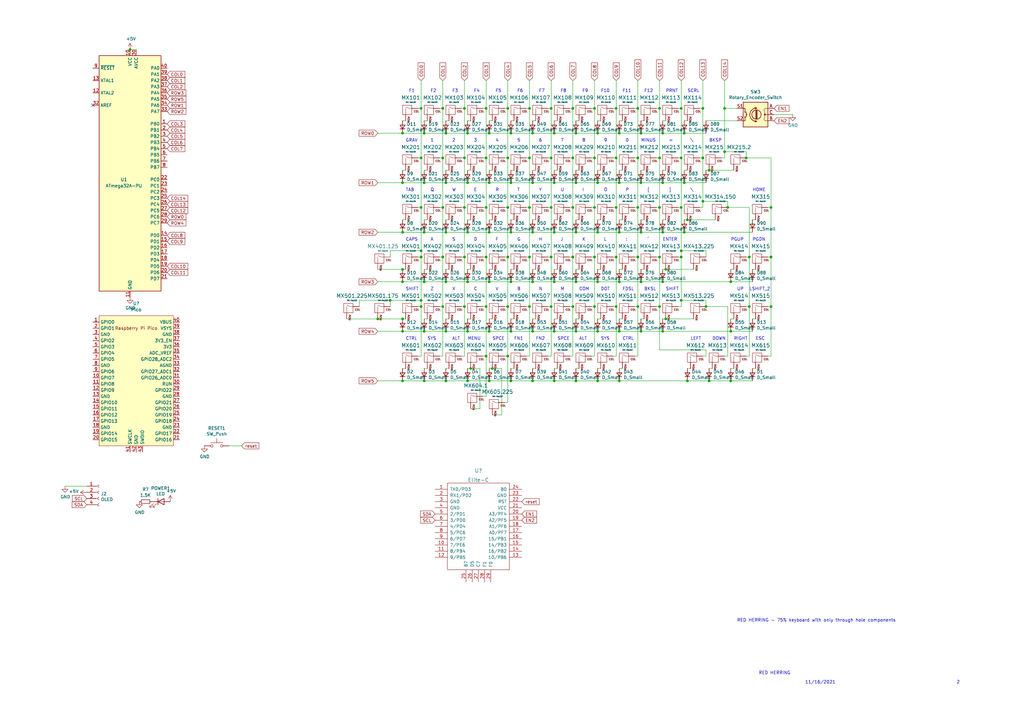
<source format=kicad_sch>
(kicad_sch (version 20211123) (generator eeschema)
  (paper "A3")
  (junction (at 217.17 105.41))
  (junction (at 209.55 115.57))
  (junction (at 200.66 95.25))
  (junction (at 165.1 110.49))
  (junction (at 181.61 125.73))
  (junction (at 273.05 110.49))
  (junction (at 181.61 85.09))
  (junction (at 270.51 44.45))
  (junction (at 254 54.61))
  (junction (at 316.23 125.73))
  (junction (at 181.61 105.41))
  (junction (at 172.72 105.41))
  (junction (at 288.29 64.77))
  (junction (at 288.29 82.55))
  (junction (at 254 115.57))
  (junction (at 201.93 151.13))
  (junction (at 279.4 85.09))
  (junction (at 218.44 156.21))
  (junction (at 270.51 85.09))
  (junction (at 236.22 54.61))
  (junction (at 227.33 74.93))
  (junction (at 208.28 105.41))
  (junction (at 281.94 90.17))
  (junction (at 243.84 105.41))
  (junction (at 200.66 135.89))
  (junction (at 316.23 105.41))
  (junction (at 254 135.89))
  (junction (at 209.55 135.89))
  (junction (at 182.88 74.93))
  (junction (at 182.88 115.57))
  (junction (at 173.99 74.93))
  (junction (at 173.99 95.25))
  (junction (at 234.95 85.09))
  (junction (at 243.84 64.77))
  (junction (at 172.72 102.87))
  (junction (at 234.95 125.73))
  (junction (at 261.62 44.45))
  (junction (at 160.02 123.19))
  (junction (at 279.4 102.87))
  (junction (at 236.22 135.89))
  (junction (at 182.88 156.21))
  (junction (at 245.11 54.61))
  (junction (at 191.77 54.61))
  (junction (at 190.5 64.77))
  (junction (at 191.77 115.57))
  (junction (at 217.17 125.73))
  (junction (at 172.72 123.19))
  (junction (at 199.39 146.05))
  (junction (at 290.83 156.21))
  (junction (at 297.18 44.45))
  (junction (at 172.72 44.45))
  (junction (at 252.73 105.41))
  (junction (at 209.55 74.93))
  (junction (at 165.1 130.81))
  (junction (at 191.77 74.93))
  (junction (at 234.95 64.77))
  (junction (at 190.5 125.73))
  (junction (at 236.22 95.25))
  (junction (at 236.22 74.93))
  (junction (at 299.72 135.89))
  (junction (at 208.28 146.05))
  (junction (at 217.17 85.09))
  (junction (at 173.99 156.21))
  (junction (at 262.89 115.57))
  (junction (at 298.45 85.09))
  (junction (at 234.95 105.41))
  (junction (at 306.07 64.77))
  (junction (at 307.34 105.41))
  (junction (at 165.1 74.93))
  (junction (at 227.33 135.89))
  (junction (at 173.99 115.57))
  (junction (at 289.56 125.73))
  (junction (at 261.62 125.73))
  (junction (at 270.51 125.73))
  (junction (at 190.5 105.41))
  (junction (at 226.06 85.09))
  (junction (at 218.44 115.57))
  (junction (at 209.55 95.25))
  (junction (at 173.99 135.89))
  (junction (at 271.78 74.93))
  (junction (at 191.77 156.21))
  (junction (at 262.89 95.25))
  (junction (at 245.11 74.93))
  (junction (at 226.06 105.41))
  (junction (at 217.17 64.77))
  (junction (at 191.77 95.25))
  (junction (at 227.33 54.61))
  (junction (at 200.66 54.61))
  (junction (at 262.89 54.61))
  (junction (at 165.1 135.89))
  (junction (at 307.34 125.73))
  (junction (at 200.66 156.21))
  (junction (at 172.72 85.09))
  (junction (at 193.04 151.13))
  (junction (at 172.72 64.77))
  (junction (at 208.28 125.73))
  (junction (at 200.66 115.57))
  (junction (at 261.62 64.77))
  (junction (at 273.05 130.81))
  (junction (at 217.17 44.45))
  (junction (at 218.44 74.93))
  (junction (at 190.5 85.09))
  (junction (at 182.88 54.61))
  (junction (at 245.11 115.57))
  (junction (at 227.33 95.25))
  (junction (at 245.11 156.21))
  (junction (at 200.66 74.93))
  (junction (at 297.18 62.23))
  (junction (at 252.73 64.77))
  (junction (at 254 156.21))
  (junction (at 281.94 156.21))
  (junction (at 299.72 156.21))
  (junction (at 173.99 54.61))
  (junction (at 182.88 95.25))
  (junction (at 208.28 85.09))
  (junction (at 252.73 44.45))
  (junction (at 226.06 125.73))
  (junction (at 279.4 44.45))
  (junction (at 261.62 105.41))
  (junction (at 191.77 135.89))
  (junction (at 199.39 85.09))
  (junction (at 190.5 44.45))
  (junction (at 299.72 115.57))
  (junction (at 199.39 125.73))
  (junction (at 234.95 44.45))
  (junction (at 279.4 123.19))
  (junction (at 280.67 95.25))
  (junction (at 208.28 44.45))
  (junction (at 254 74.93))
  (junction (at 181.61 64.77))
  (junction (at 252.73 85.09))
  (junction (at 199.39 64.77))
  (junction (at 271.78 115.57))
  (junction (at 208.28 64.77))
  (junction (at 245.11 135.89))
  (junction (at 262.89 74.93))
  (junction (at 270.51 105.41))
  (junction (at 218.44 135.89))
  (junction (at 226.06 44.45))
  (junction (at 288.29 44.45))
  (junction (at 154.94 130.81))
  (junction (at 227.33 156.21))
  (junction (at 226.06 64.77))
  (junction (at 209.55 54.61))
  (junction (at 261.62 85.09))
  (junction (at 280.67 54.61))
  (junction (at 209.55 156.21))
  (junction (at 218.44 95.25))
  (junction (at 227.33 115.57))
  (junction (at 245.11 95.25))
  (junction (at 218.44 54.61))
  (junction (at 243.84 85.09))
  (junction (at 270.51 64.77))
  (junction (at 165.1 95.25))
  (junction (at 181.61 44.45))
  (junction (at 252.73 125.73))
  (junction (at 199.39 44.45))
  (junction (at 316.23 85.09))
  (junction (at 271.78 95.25))
  (junction (at 53.34 20.32))
  (junction (at 243.84 44.45))
  (junction (at 262.89 135.89))
  (junction (at 172.72 125.73))
  (junction (at 165.1 115.57))
  (junction (at 279.4 105.41))
  (junction (at 243.84 125.73))
  (junction (at 279.4 64.77))
  (junction (at 165.1 156.21))
  (junction (at 280.67 74.93))
  (junction (at 271.78 54.61))
  (junction (at 290.83 69.85))
  (junction (at 165.1 54.61))
  (junction (at 254 95.25))
  (junction (at 271.78 135.89))
  (junction (at 236.22 115.57))
  (junction (at 182.88 135.89))
  (junction (at 199.39 105.41))
  (junction (at 236.22 156.21))
  (no_connect (at 38.1 43.18))
  (wire (pts (xy 173.99 69.85) (xy 175.26 69.85)))
  (wire (pts (xy 207.01 64.77) (xy 208.28 64.77)))
  (wire (pts (xy 290.83 156.21) (xy 299.72 156.21)))
  (wire (pts (xy 165.1 156.21) (xy 173.99 156.21)))
  (wire (pts (xy 307.34 105.41) (xy 307.34 125.73)))
  (wire (pts (xy 217.17 125.73) (xy 217.17 146.05)))
  (wire (pts (xy 160.02 102.87) (xy 172.72 102.87)))
  (wire (pts (xy 182.88 54.61) (xy 173.99 54.61)))
  (wire (pts (xy 270.51 85.09) (xy 270.51 105.41)))
  (wire (pts (xy 205.74 170.18) (xy 205.74 151.13)))
  (wire (pts (xy 234.95 85.09) (xy 234.95 105.41)))
  (wire (pts (xy 184.15 49.53) (xy 182.88 49.53)))
  (wire (pts (xy 290.83 151.13) (xy 292.1 151.13)))
  (wire (pts (xy 172.72 85.09) (xy 171.45 85.09)))
  (wire (pts (xy 173.99 156.21) (xy 182.88 156.21)))
  (wire (pts (xy 279.4 102.87) (xy 279.4 105.41)))
  (wire (pts (xy 226.06 85.09) (xy 226.06 105.41)))
  (wire (pts (xy 279.4 44.45) (xy 279.4 64.77)))
  (wire (pts (xy 172.72 123.19) (xy 172.72 125.73)))
  (wire (pts (xy 271.78 95.25) (xy 280.67 95.25)))
  (wire (pts (xy 173.99 130.81) (xy 175.26 130.81)))
  (wire (pts (xy 224.79 105.41) (xy 226.06 105.41)))
  (wire (pts (xy 200.66 95.25) (xy 209.55 95.25)))
  (wire (pts (xy 245.11 49.53) (xy 246.38 49.53)))
  (wire (pts (xy 154.94 74.93) (xy 165.1 74.93)))
  (wire (pts (xy 290.83 69.85) (xy 300.99 69.85)))
  (wire (pts (xy 209.55 110.49) (xy 210.82 110.49)))
  (wire (pts (xy 297.18 146.05) (xy 298.45 146.05)))
  (wire (pts (xy 271.78 130.81) (xy 273.05 130.81)))
  (wire (pts (xy 254 49.53) (xy 255.27 49.53)))
  (wire (pts (xy 280.67 74.93) (xy 289.56 74.93)))
  (wire (pts (xy 182.88 95.25) (xy 191.77 95.25)))
  (wire (pts (xy 262.89 115.57) (xy 271.78 115.57)))
  (wire (pts (xy 198.12 125.73) (xy 199.39 125.73)))
  (wire (pts (xy 293.37 90.17) (xy 281.94 90.17)))
  (wire (pts (xy 218.44 156.21) (xy 227.33 156.21)))
  (wire (pts (xy 209.55 54.61) (xy 200.66 54.61)))
  (wire (pts (xy 236.22 110.49) (xy 237.49 110.49)))
  (wire (pts (xy 243.84 105.41) (xy 243.84 125.73)))
  (wire (pts (xy 171.45 125.73) (xy 172.72 125.73)))
  (wire (pts (xy 227.33 130.81) (xy 228.6 130.81)))
  (wire (pts (xy 154.94 95.25) (xy 165.1 95.25)))
  (wire (pts (xy 180.34 85.09) (xy 181.61 85.09)))
  (wire (pts (xy 191.77 74.93) (xy 200.66 74.93)))
  (wire (pts (xy 181.61 146.05) (xy 180.34 146.05)))
  (wire (pts (xy 271.78 90.17) (xy 273.05 90.17)))
  (wire (pts (xy 208.28 44.45) (xy 208.28 64.77)))
  (wire (pts (xy 207.01 146.05) (xy 208.28 146.05)))
  (wire (pts (xy 215.9 125.73) (xy 217.17 125.73)))
  (wire (pts (xy 236.22 49.53) (xy 237.49 49.53)))
  (wire (pts (xy 165.1 130.81) (xy 166.37 130.81)))
  (wire (pts (xy 200.66 156.21) (xy 209.55 156.21)))
  (wire (pts (xy 245.11 74.93) (xy 254 74.93)))
  (wire (pts (xy 218.44 69.85) (xy 219.71 69.85)))
  (wire (pts (xy 298.45 146.05) (xy 298.45 125.73)))
  (wire (pts (xy 209.55 151.13) (xy 210.82 151.13)))
  (wire (pts (xy 262.89 49.53) (xy 264.16 49.53)))
  (wire (pts (xy 306.07 62.23) (xy 297.18 62.23)))
  (wire (pts (xy 233.68 125.73) (xy 234.95 125.73)))
  (wire (pts (xy 316.23 105.41) (xy 316.23 125.73)))
  (wire (pts (xy 218.44 151.13) (xy 219.71 151.13)))
  (wire (pts (xy 191.77 110.49) (xy 193.04 110.49)))
  (wire (pts (xy 279.4 85.09) (xy 279.4 102.87)))
  (wire (pts (xy 236.22 151.13) (xy 237.49 151.13)))
  (wire (pts (xy 198.12 85.09) (xy 199.39 85.09)))
  (wire (pts (xy 208.28 125.73) (xy 208.28 146.05)))
  (wire (pts (xy 190.5 44.45) (xy 190.5 64.77)))
  (wire (pts (xy 173.99 90.17) (xy 175.26 90.17)))
  (wire (pts (xy 200.66 90.17) (xy 201.93 90.17)))
  (wire (pts (xy 262.89 135.89) (xy 271.78 135.89)))
  (wire (pts (xy 242.57 64.77) (xy 243.84 64.77)))
  (wire (pts (xy 217.17 85.09) (xy 217.17 105.41)))
  (wire (pts (xy 217.17 105.41) (xy 217.17 125.73)))
  (wire (pts (xy 209.55 135.89) (xy 218.44 135.89)))
  (wire (pts (xy 226.06 125.73) (xy 224.79 125.73)))
  (wire (pts (xy 271.78 110.49) (xy 273.05 110.49)))
  (wire (pts (xy 234.95 33.02) (xy 234.95 44.45)))
  (wire (pts (xy 280.67 54.61) (xy 271.78 54.61)))
  (wire (pts (xy 269.24 44.45) (xy 270.51 44.45)))
  (wire (pts (xy 262.89 54.61) (xy 254 54.61)))
  (wire (pts (xy 280.67 54.61) (xy 289.56 54.61)))
  (wire (pts (xy 172.72 102.87) (xy 172.72 105.41)))
  (wire (pts (xy 254 156.21) (xy 281.94 156.21)))
  (wire (pts (xy 243.84 64.77) (xy 243.84 85.09)))
  (wire (pts (xy 243.84 125.73) (xy 243.84 146.05)))
  (wire (pts (xy 254 54.61) (xy 245.11 54.61)))
  (wire (pts (xy 175.26 49.53) (xy 173.99 49.53)))
  (wire (pts (xy 209.55 69.85) (xy 210.82 69.85)))
  (wire (pts (xy 284.48 130.81) (xy 273.05 130.81)))
  (wire (pts (xy 189.23 64.77) (xy 190.5 64.77)))
  (wire (pts (xy 165.1 49.53) (xy 166.37 49.53)))
  (wire (pts (xy 314.96 105.41) (xy 316.23 105.41)))
  (wire (pts (xy 236.22 135.89) (xy 245.11 135.89)))
  (wire (pts (xy 181.61 33.02) (xy 181.61 44.45)))
  (wire (pts (xy 182.88 74.93) (xy 191.77 74.93)))
  (wire (pts (xy 154.94 156.21) (xy 165.1 156.21)))
  (wire (pts (xy 200.66 54.61) (xy 191.77 54.61)))
  (wire (pts (xy 262.89 74.93) (xy 271.78 74.93)))
  (wire (pts (xy 243.84 85.09) (xy 243.84 105.41)))
  (wire (pts (xy 260.35 105.41) (xy 261.62 105.41)))
  (wire (pts (xy 279.4 105.41) (xy 279.4 123.19)))
  (wire (pts (xy 271.78 54.61) (xy 262.89 54.61)))
  (wire (pts (xy 215.9 85.09) (xy 217.17 85.09)))
  (wire (pts (xy 172.72 85.09) (xy 172.72 102.87)))
  (wire (pts (xy 236.22 130.81) (xy 237.49 130.81)))
  (wire (pts (xy 199.39 64.77) (xy 199.39 85.09)))
  (wire (pts (xy 280.67 95.25) (xy 308.61 95.25)))
  (wire (pts (xy 245.11 151.13) (xy 246.38 151.13)))
  (wire (pts (xy 160.02 125.73) (xy 160.02 123.19)))
  (wire (pts (xy 154.94 110.49) (xy 165.1 110.49)))
  (wire (pts (xy 242.57 44.45) (xy 243.84 44.45)))
  (wire (pts (xy 251.46 64.77) (xy 252.73 64.77)))
  (wire (pts (xy 208.28 64.77) (xy 208.28 85.09)))
  (wire (pts (xy 308.61 151.13) (xy 309.88 151.13)))
  (wire (pts (xy 270.51 125.73) (xy 270.51 143.51)))
  (wire (pts (xy 215.9 44.45) (xy 217.17 44.45)))
  (wire (pts (xy 171.45 105.41) (xy 172.72 105.41)))
  (wire (pts (xy 245.11 130.81) (xy 246.38 130.81)))
  (wire (pts (xy 180.34 44.45) (xy 181.61 44.45)))
  (wire (pts (xy 287.02 64.77) (xy 288.29 64.77)))
  (wire (pts (xy 298.45 85.09) (xy 298.45 82.55)))
  (wire (pts (xy 200.66 130.81) (xy 201.93 130.81)))
  (wire (pts (xy 245.11 156.21) (xy 254 156.21)))
  (wire (pts (xy 199.39 44.45) (xy 199.39 64.77)))
  (wire (pts (xy 297.18 62.23) (xy 297.18 64.77)))
  (wire (pts (xy 199.39 162.56) (xy 199.39 146.05)))
  (wire (pts (xy 200.66 110.49) (xy 201.93 110.49)))
  (wire (pts (xy 279.4 64.77) (xy 279.4 85.09)))
  (wire (pts (xy 308.61 130.81) (xy 309.88 130.81)))
  (wire (pts (xy 200.66 74.93) (xy 209.55 74.93)))
  (wire (pts (xy 147.32 125.73) (xy 147.32 123.19)))
  (wire (pts (xy 254 115.57) (xy 262.89 115.57)))
  (wire (pts (xy 208.28 105.41) (xy 208.28 125.73)))
  (wire (pts (xy 288.29 44.45) (xy 288.29 64.77)))
  (wire (pts (xy 269.24 64.77) (xy 270.51 64.77)))
  (wire (pts (xy 260.35 44.45) (xy 261.62 44.45)))
  (wire (pts (xy 280.67 49.53) (xy 281.94 49.53)))
  (wire (pts (xy 165.1 95.25) (xy 173.99 95.25)))
  (wire (pts (xy 308.61 90.17) (xy 309.88 90.17)))
  (wire (pts (xy 227.33 135.89) (xy 236.22 135.89)))
  (wire (pts (xy 182.88 90.17) (xy 184.15 90.17)))
  (wire (pts (xy 173.99 135.89) (xy 182.88 135.89)))
  (wire (pts (xy 182.88 135.89) (xy 191.77 135.89)))
  (wire (pts (xy 193.04 167.64) (xy 196.85 167.64)))
  (wire (pts (xy 160.02 123.19) (xy 172.72 123.19)))
  (wire (pts (xy 233.68 64.77) (xy 234.95 64.77)))
  (wire (pts (xy 198.12 44.45) (xy 199.39 44.45)))
  (wire (pts (xy 236.22 90.17) (xy 237.49 90.17)))
  (wire (pts (xy 209.55 130.81) (xy 210.82 130.81)))
  (wire (pts (xy 287.02 44.45) (xy 288.29 44.45)))
  (wire (pts (xy 289.56 69.85) (xy 290.83 69.85)))
  (wire (pts (xy 173.99 54.61) (xy 165.1 54.61)))
  (wire (pts (xy 236.22 54.61) (xy 227.33 54.61)))
  (wire (pts (xy 190.5 85.09) (xy 190.5 105.41)))
  (wire (pts (xy 180.34 64.77) (xy 181.61 64.77)))
  (wire (pts (xy 308.61 110.49) (xy 309.88 110.49)))
  (wire (pts (xy 189.23 44.45) (xy 190.5 44.45)))
  (wire (pts (xy 226.06 125.73) (xy 226.06 146.05)))
  (wire (pts (xy 262.89 90.17) (xy 264.16 90.17)))
  (wire (pts (xy 271.78 115.57) (xy 299.72 115.57)))
  (wire (pts (xy 173.99 110.49) (xy 175.26 110.49)))
  (wire (pts (xy 172.72 33.02) (xy 172.72 44.45)))
  (wire (pts (xy 242.57 125.73) (xy 243.84 125.73)))
  (wire (pts (xy 260.35 64.77) (xy 261.62 64.77)))
  (wire (pts (xy 233.68 44.45) (xy 234.95 44.45)))
  (wire (pts (xy 261.62 85.09) (xy 261.62 105.41)))
  (wire (pts (xy 217.17 33.02) (xy 217.17 44.45)))
  (wire (pts (xy 279.4 102.87) (xy 289.56 102.87)))
  (wire (pts (xy 200.66 135.89) (xy 209.55 135.89)))
  (wire (pts (xy 171.45 64.77) (xy 172.72 64.77)))
  (wire (pts (xy 271.78 49.53) (xy 273.05 49.53)))
  (wire (pts (xy 227.33 151.13) (xy 228.6 151.13)))
  (wire (pts (xy 218.44 49.53) (xy 219.71 49.53)))
  (wire (pts (xy 181.61 64.77) (xy 181.61 85.09)))
  (wire (pts (xy 189.23 105.41) (xy 190.5 105.41)))
  (wire (pts (xy 226.06 105.41) (xy 226.06 125.73)))
  (wire (pts (xy 181.61 85.09) (xy 181.61 105.41)))
  (wire (pts (xy 236.22 74.93) (xy 245.11 74.93)))
  (wire (pts (xy 209.55 74.93) (xy 218.44 74.93)))
  (wire (pts (xy 191.77 54.61) (xy 182.88 54.61)))
  (wire (pts (xy 245.11 135.89) (xy 254 135.89)))
  (wire (pts (xy 289.56 123.19) (xy 279.4 123.19)))
  (wire (pts (xy 208.28 165.1) (xy 208.28 146.05)))
  (wire (pts (xy 209.55 115.57) (xy 218.44 115.57)))
  (wire (pts (xy 245.11 54.61) (xy 236.22 54.61)))
  (wire (pts (xy 165.1 90.17) (xy 166.37 90.17)))
  (wire (pts (xy 224.79 146.05) (xy 226.06 146.05)))
  (wire (pts (xy 245.11 115.57) (xy 254 115.57)))
  (wire (pts (xy 269.24 125.73) (xy 270.51 125.73)))
  (wire (pts (xy 191.77 95.25) (xy 200.66 95.25)))
  (wire (pts (xy 182.88 69.85) (xy 184.15 69.85)))
  (wire (pts (xy 147.32 123.19) (xy 160.02 123.19)))
  (wire (pts (xy 245.11 95.25) (xy 254 95.25)))
  (wire (pts (xy 254 95.25) (xy 262.89 95.25)))
  (wire (pts (xy 242.57 85.09) (xy 243.84 85.09)))
  (wire (pts (xy 226.06 33.02) (xy 226.06 44.45)))
  (wire (pts (xy 218.44 95.25) (xy 227.33 95.25)))
  (wire (pts (xy 308.61 156.21) (xy 299.72 156.21)))
  (wire (pts (xy 254 90.17) (xy 255.27 90.17)))
  (wire (pts (xy 307.34 125.73) (xy 307.34 146.05)))
  (wire (pts (xy 201.93 170.18) (xy 205.74 170.18)))
  (wire (pts (xy 199.39 105.41) (xy 199.39 125.73)))
  (wire (pts (xy 165.1 151.13) (xy 166.37 151.13)))
  (wire (pts (xy 224.79 44.45) (xy 226.06 44.45)))
  (wire (pts (xy 270.51 143.51) (xy 289.56 143.51)))
  (wire (pts (xy 262.89 69.85) (xy 264.16 69.85)))
  (wire (pts (xy 261.62 64.77) (xy 261.62 85.09)))
  (wire (pts (xy 190.5 105.41) (xy 190.5 125.73)))
  (wire (pts (xy 234.95 146.05) (xy 233.68 146.05)))
  (wire (pts (xy 160.02 105.41) (xy 160.02 102.87)))
  (wire (pts (xy 215.9 64.77) (xy 217.17 64.77)))
  (wire (pts (xy 208.28 85.09) (xy 208.28 105.41)))
  (wire (pts (xy 254 69.85) (xy 255.27 69.85)))
  (wire (pts (xy 154.94 130.81) (xy 165.1 130.81)))
  (wire (pts (xy 172.72 125.73) (xy 172.72 146.05)))
  (wire (pts (xy 226.06 64.77) (xy 226.06 85.09)))
  (wire (pts (xy 254 135.89) (xy 262.89 135.89)))
  (wire (pts (xy 306.07 125.73) (xy 307.34 125.73)))
  (wire (pts (xy 251.46 105.41) (xy 252.73 105.41)))
  (wire (pts (xy 226.06 44.45) (xy 226.06 64.77)))
  (wire (pts (xy 278.13 64.77) (xy 279.4 64.77)))
  (wire (pts (xy 316.23 125.73) (xy 316.23 146.05)))
  (wire (pts (xy 172.72 146.05) (xy 171.45 146.05)))
  (wire (pts (xy 306.07 64.77) (xy 306.07 62.23)))
  (wire (pts (xy 236.22 115.57) (xy 245.11 115.57)))
  (wire (pts (xy 245.11 110.49) (xy 246.38 110.49)))
  (wire (pts (xy 209.55 156.21) (xy 218.44 156.21)))
  (wire (pts (xy 191.77 135.89) (xy 200.66 135.89)))
  (wire (pts (xy 207.01 85.09) (xy 208.28 85.09)))
  (wire (pts (xy 254 74.93) (xy 262.89 74.93)))
  (wire (pts (xy 307.34 85.09) (xy 298.45 85.09)))
  (wire (pts (xy 280.67 69.85) (xy 281.94 69.85)))
  (wire (pts (xy 191.77 151.13) (xy 193.04 151.13)))
  (wire (pts (xy 182.88 115.57) (xy 191.77 115.57)))
  (wire (pts (xy 287.02 85.09) (xy 288.29 85.09)))
  (wire (pts (xy 234.95 44.45) (xy 234.95 64.77)))
  (wire (pts (xy 196.85 167.64) (xy 196.85 151.13)))
  (wire (pts (xy 165.1 54.61) (xy 154.94 54.61)))
  (wire (pts (xy 261.62 33.02) (xy 261.62 44.45)))
  (wire (pts (xy 190.5 64.77) (xy 190.5 85.09)))
  (wire (pts (xy 199.39 146.05) (xy 198.12 146.05)))
  (wire (pts (xy 243.84 44.45) (xy 243.84 64.77)))
  (wire (pts (xy 218.44 135.89) (xy 227.33 135.89)))
  (wire (pts (xy 173.99 115.57) (xy 182.88 115.57)))
  (wire (pts (xy 173.99 95.25) (xy 182.88 95.25)))
  (wire (pts (xy 270.51 33.02) (xy 270.51 44.45)))
  (wire (pts (xy 288.29 33.02) (xy 288.29 44.45)))
  (wire (pts (xy 298.45 82.55) (xy 288.29 82.55)))
  (wire (pts (xy 224.79 85.09) (xy 226.06 85.09)))
  (wire (pts (xy 262.89 95.25) (xy 271.78 95.25)))
  (wire (pts (xy 165.1 110.49) (xy 166.37 110.49)))
  (wire (pts (xy 262.89 130.81) (xy 264.16 130.81)))
  (wire (pts (xy 189.23 125.73) (xy 190.5 125.73)))
  (wire (pts (xy 142.24 130.81) (xy 154.94 130.81)))
  (wire (pts (xy 251.46 125.73) (xy 252.73 125.73)))
  (wire (pts (xy 242.57 146.05) (xy 243.84 146.05)))
  (wire (pts (xy 172.72 105.41) (xy 172.72 123.19)))
  (wire (pts (xy 209.55 90.17) (xy 210.82 90.17)))
  (wire (pts (xy 191.77 130.81) (xy 193.04 130.81)))
  (wire (pts (xy 55.88 20.32) (xy 53.34 20.32)))
  (wire (pts (xy 288.29 146.05) (xy 289.56 146.05)))
  (wire (pts (xy 218.44 74.93) (xy 227.33 74.93)))
  (wire (pts (xy 200.66 115.57) (xy 209.55 115.57)))
  (wire (pts (xy 279.4 33.02) (xy 279.4 44.45)))
  (wire (pts (xy 299.72 130.81) (xy 300.99 130.81)))
  (wire (pts (xy 261.62 105.41) (xy 261.62 125.73)))
  (wire (pts (xy 173.99 151.13) (xy 175.26 151.13)))
  (wire (pts (xy 278.13 44.45) (xy 279.4 44.45)))
  (wire (pts (xy 227.33 69.85) (xy 228.6 69.85)))
  (wire (pts (xy 278.13 105.41) (xy 279.4 105.41)))
  (wire (pts (xy 191.77 90.17) (xy 193.04 90.17)))
  (wire (pts (xy 278.13 85.09) (xy 279.4 85.09)))
  (wire (pts (xy 280.67 90.17) (xy 281.94 90.17)))
  (wire (pts (xy 281.94 151.13) (xy 283.21 151.13)))
  (wire (pts (xy 302.26 44.45) (xy 297.18 44.45)))
  (wire (pts (xy 190.5 33.02) (xy 190.5 44.45)))
  (wire (pts (xy 279.4 123.19) (xy 279.4 125.73)))
  (wire (pts (xy 260.35 125.73) (xy 261.62 125.73)))
  (wire (pts (xy 181.61 105.41) (xy 181.61 125.73)))
  (wire (pts (xy 207.01 165.1) (xy 208.28 165.1)))
  (wire (pts (xy 35.56 199.39) (xy 26.67 199.39)))
  (wire (pts (xy 190.5 125.73) (xy 190.5 146.05)))
  (wire (pts (xy 207.01 125.73) (xy 208.28 125.73)))
  (wire (pts (xy 198.12 162.56) (xy 199.39 162.56)))
  (wire (pts (xy 299.72 151.13) (xy 300.99 151.13)))
  (wire (pts (xy 198.12 105.41) (xy 199.39 105.41)))
  (wire (pts (xy 227.33 90.17) (xy 228.6 90.17)))
  (wire (pts (xy 271.78 69.85) (xy 273.05 69.85)))
  (wire (pts (xy 297.18 44.45) (xy 297.18 62.23)))
  (wire (pts (xy 252.73 85.09) (xy 252.73 105.41)))
  (wire (pts (xy 217.17 44.45) (xy 217.17 64.77)))
  (wire (pts (xy 217.17 146.05) (xy 215.9 146.05)))
  (wire (pts (xy 224.79 64.77) (xy 226.06 64.77)))
  (wire (pts (xy 298.45 125.73) (xy 289.56 125.73)))
  (wire (pts (xy 215.9 105.41) (xy 217.17 105.41)))
  (wire (pts (xy 316.23 85.09) (xy 316.23 105.41)))
  (wire (pts (xy 227.33 115.57) (xy 236.22 115.57)))
  (wire (pts (xy 193.04 49.53) (xy 191.77 49.53)))
  (wire (pts (xy 314.96 125.73) (xy 316.23 125.73)))
  (wire (pts (xy 306.07 64.77) (xy 316.23 64.77)))
  (wire (pts (xy 271.78 135.89) (xy 299.72 135.89)))
  (wire (pts (xy 270.51 105.41) (xy 270.51 125.73)))
  (wire (pts (xy 208.28 33.02) (xy 208.28 44.45)))
  (wire (pts (xy 314.96 85.09) (xy 316.23 85.09)))
  (wire (pts (xy 278.13 125.73) (xy 279.4 125.73)))
  (wire (pts (xy 252.73 44.45) (xy 252.73 64.77)))
  (wire (pts (xy 252.73 105.41) (xy 252.73 125.73)))
  (wire (pts (xy 269.24 105.41) (xy 270.51 105.41)))
  (wire (pts (xy 181.61 44.45) (xy 181.61 64.77)))
  (wire (pts (xy 180.34 105.41) (xy 181.61 105.41)))
  (wire (pts (xy 207.01 44.45) (xy 208.28 44.45)))
  (wire (pts (xy 254 151.13) (xy 255.27 151.13)))
  (wire (pts (xy 171.45 44.45) (xy 172.72 44.45)))
  (wire (pts (xy 200.66 69.85) (xy 201.93 69.85)))
  (wire (pts (xy 165.1 115.57) (xy 173.99 115.57)))
  (wire (pts (xy 261.62 44.45) (xy 261.62 64.77)))
  (wire (pts (xy 227.33 74.93) (xy 236.22 74.93)))
  (wire (pts (xy 165.1 74.93) (xy 173.99 74.93)))
  (wire (pts (xy 191.77 115.57) (xy 200.66 115.57)))
  (wire (pts (xy 254 130.81) (xy 255.27 130.81)))
  (wire (pts (xy 227.33 49.53) (xy 228.6 49.53)))
  (wire (pts (xy 199.39 125.73) (xy 199.39 146.05)))
  (wire (pts (xy 218.44 54.61) (xy 209.55 54.61)))
  (wire (pts (xy 191.77 69.85) (xy 193.04 69.85)))
  (wire (pts (xy 199.39 33.02) (xy 199.39 44.45)))
  (wire (pts (xy 254 110.49) (xy 255.27 110.49)))
  (wire (pts (xy 289.56 105.41) (xy 289.56 102.87)))
  (wire (pts (xy 289.56 143.51) (xy 289.56 146.05)))
  (wire (pts (xy 234.95 64.77) (xy 234.95 85.09)))
  (wire (pts (xy 317.5 46.99) (xy 325.12 46.99)))
  (wire (pts (xy 234.95 105.41) (xy 234.95 125.73)))
  (wire (pts (xy 243.84 33.02) (xy 243.84 44.45)))
  (wire (pts (xy 191.77 156.21) (xy 200.66 156.21)))
  (wire (pts (xy 306.07 105.41) (xy 307.34 105.41)))
  (wire (pts (xy 217.17 64.77) (xy 217.17 85.09)))
  (wire (pts (xy 180.34 125.73) (xy 181.61 125.73)))
  (wire (pts (xy 218.44 90.17) (xy 219.71 90.17)))
  (wire (pts (xy 289.56 125.73) (xy 289.56 123.19)))
  (wire (pts (xy 189.23 85.09) (xy 190.5 85.09)))
  (wire (pts (xy 233.68 105.41) (xy 234.95 105.41)))
  (wire (pts (xy 316.23 146.05) (xy 314.96 146.05)))
  (wire (pts (xy 218.44 115.57) (xy 227.33 115.57)))
  (wire (pts (xy 288.29 64.77) (xy 288.29 82.55)))
  (wire (pts (xy 306.07 146.05) (xy 307.34 146.05)))
  (wire (pts (xy 288.29 82.55) (xy 288.29 85.09)))
  (wire (pts (xy 299.72 115.57) (xy 308.61 115.57)))
  (wire (pts (xy 271.78 74.93) (xy 280.67 74.93)))
  (wire (pts (xy 245.11 90.17) (xy 246.38 90.17)))
  (wire (pts (xy 233.68 85.09) (xy 234.95 85.09)))
  (wire (pts (xy 172.72 64.77) (xy 172.72 85.09)))
  (wire (pts (xy 227.33 54.61) (xy 218.44 54.61)))
  (wire (pts (xy 252.73 146.05) (xy 251.46 146.05)))
  (wire (pts (xy 273.05 110.49) (xy 284.48 110.49)))
  (wire (pts (xy 245.11 69.85) (xy 246.38 69.85)))
  (wire (pts (xy 299.72 110.49) (xy 300.99 110.49)))
  (wire (pts (xy 218.44 110.49) (xy 219.71 110.49)))
  (wire (pts (xy 252.73 125.73) (xy 252.73 146.05)))
  (wire (pts (xy 227.33 156.21) (xy 236.22 156.21)))
  (wire (pts (xy 227.33 95.25) (xy 236.22 95.25)))
  (wire (pts (xy 236.22 95.25) (xy 245.11 95.25)))
  (wire (pts (xy 199.39 85.09) (xy 199.39 105.41)))
  (wire (pts (xy 295.91 64.77) (xy 297.18 64.77)))
  (wire (pts (xy 299.72 135.89) (xy 308.61 135.89)))
  (wire (pts (xy 190.5 146.05) (xy 189.23 146.05)))
  (wire (pts (xy 209.55 95.25) (xy 218.44 95.25)))
  (wire (pts (xy 182.88 156.21) (xy 191.77 156.21)))
  (wire (pts (xy 154.94 135.89) (xy 165.1 135.89)))
  (wire (pts (xy 251.46 44.45) (xy 252.73 44.45)))
  (wire (pts (xy 262.89 110.49) (xy 264.16 110.49)))
  (wire (pts (xy 252.73 33.02) (xy 252.73 44.45)))
  (wire (pts (xy 200.66 49.53) (xy 201.93 49.53)))
  (wire (pts (xy 182.88 130.81) (xy 184.15 130.81)))
  (wire (pts (xy 198.12 64.77) (xy 199.39 64.77)))
  (wire (pts (xy 242.57 105.41) (xy 243.84 105.41)))
  (wire (pts (xy 289.56 49.53) (xy 302.26 49.53)))
  (wire (pts (xy 316.23 64.77) (xy 316.23 85.09)))
  (wire (pts (xy 251.46 85.09) (xy 252.73 85.09)))
  (wire (pts (xy 281.94 156.21) (xy 290.83 156.21)))
  (wire (pts (xy 205.74 151.13) (xy 201.93 151.13)))
  (wire (pts (xy 200.66 151.13) (xy 201.93 151.13)))
  (wire (pts (xy 182.88 110.49) (xy 184.15 110.49)))
  (wire (pts (xy 182.88 151.13) (xy 184.15 151.13)))
  (wire (pts (xy 154.94 115.57) (xy 165.1 115.57)))
  (wire (pts (xy 196.85 151.13) (xy 193.04 151.13)))
  (wire (pts (xy 227.33 110.49) (xy 228.6 110.49)))
  (wire (pts (xy 218.44 130.81) (xy 219.71 130.81)))
  (wire (pts (xy 173.99 74.93) (xy 182.88 74.93)))
  (wire (pts (xy 234.95 125.73) (xy 234.95 146.05)))
  (wire (pts (xy 165.1 69.85) (xy 166.37 69.85)))
  (wire (pts (xy 307.34 85.09) (xy 307.34 105.41)))
  (wire (pts (xy 209.55 49.53) (xy 210.82 49.53)))
  (wire (pts (xy 165.1 135.89) (xy 173.99 135.89)))
  (wire (pts (xy 260.35 146.05) (xy 261.62 146.05)))
  (wire (pts (xy 261.62 125.73) (xy 261.62 146.05)))
  (wire (pts (xy 207.01 105.41) (xy 208.28 105.41)))
  (wire (pts (xy 181.61 125.73) (xy 181.61 146.05)))
  (wire (pts (xy 270.51 44.45) (xy 270.51 64.77)))
  (wire (pts (xy 252.73 64.77) (xy 252.73 85.09)))
  (wire (pts (xy 236.22 156.21) (xy 245.11 156.21)))
  (wire (pts (xy 297.18 33.02) (xy 297.18 44.45)))
  (wire (pts (xy 236.22 69.85) (xy 237.49 69.85)))
  (wire (pts (xy 270.51 64.77) (xy 270.51 85.09)))
  (wire (pts (xy 172.72 44.45) (xy 172.72 64.77)))
  (wire (pts (xy 269.24 85.09) (xy 270.51 85.09)))
  (wire (pts (xy 260.35 85.09) (xy 261.62 85.09)))
  (wire (pts (xy 93.98 182.88) (xy 99.06 182.88)))
  (text "2" (at 393.7 280.67 180) (effects (font (size 1.27 1.27)) (justify right bottom)))
  (text "O" (at 247.65 78.74 0) (effects (font (size 1.27 1.27)) (justify left bottom)))
  (text "9" (at 247.65 58.42 0) (effects (font (size 1.27 1.27)) (justify left bottom)))
  (text "3" (at 194.31 58.42 0) (effects (font (size 1.27 1.27)) (justify left bottom)))
  (text "7" (at 229.87 58.42 0) (effects (font (size 1.27 1.27)) (justify left bottom)))
  (text "UP" (at 302.26 119.38 0) (effects (font (size 1.27 1.27)) (justify left bottom)))
  (text "FN1" (at 210.82 139.7 0) (effects (font (size 1.27 1.27)) (justify left bottom)))
  (text "FDSL" (at 255.27 119.38 0) (effects (font (size 1.27 1.27)) (justify left bottom)))
  (text "SPCE" (at 201.93 139.7 0) (effects (font (size 1.27 1.27)) (justify left bottom)))
  (text "H" (at 220.98 99.06 0) (effects (font (size 1.27 1.27)) (justify left bottom)))
  (text "F5" (at 203.2 38.1 0) (effects (font (size 1.27 1.27)) (justify left bottom)))
  (text "P" (at 256.54 78.74 0) (effects (font (size 1.27 1.27)) (justify left bottom)))
  (text "LEFT" (at 283.21 139.7 0) (effects (font (size 1.27 1.27)) (justify left bottom)))
  (text "5" (at 212.09 58.42 0) (effects (font (size 1.27 1.27)) (justify left bottom)))
  (text "F8" (at 229.87 38.1 0) (effects (font (size 1.27 1.27)) (justify left bottom)))
  (text "LSHIFT_2" (at 307.34 119.38 0) (effects (font (size 1.27 1.27)) (justify left bottom)))
  (text "HOME" (at 308.61 78.74 0) (effects (font (size 1.27 1.27)) (justify left bottom)))
  (text "0" (at 256.54 58.42 0) (effects (font (size 1.27 1.27)) (justify left bottom)))
  (text "RED HERRING - 75% keyboard with only through hole components" (at 302.26 255.27 0) (effects (font (size 1.27 1.27)) (justify left bottom)))
  (text "M" (at 229.87 119.38 0) (effects (font (size 1.27 1.27)) (justify left bottom)))
  (text "C" (at 194.31 119.38 0) (effects (font (size 1.27 1.27)) (justify left bottom)))
  (text "W" (at 185.42 78.74 0) (effects (font (size 1.27 1.27)) (justify left bottom)))
  (text "I" (at 238.76 78.74 0) (effects (font (size 1.27 1.27)) (justify left bottom)))
  (text "[" (at 265.43 78.74 0) (effects (font (size 1.27 1.27)) (justify left bottom)))
  (text "PRNT" (at 273.05 38.1 0) (effects (font (size 1.27 1.27)) (justify left bottom)))
  (text "SYS" (at 246.38 139.7 0) (effects (font (size 1.27 1.27)) (justify left bottom)))
  (text "FN2" (at 219.71 139.7 0) (effects (font (size 1.27 1.27)) (justify left bottom)))
  (text "A" (at 176.53 99.06 0) (effects (font (size 1.27 1.27)) (justify left bottom)))
  (text "F3" (at 185.42 38.1 0) (effects (font (size 1.27 1.27)) (justify left bottom)))
  (text "PGUP" (at 299.72 99.06 0) (effects (font (size 1.27 1.27)) (justify left bottom)))
  (text "J" (at 229.87 99.06 0) (effects (font (size 1.27 1.27)) (justify left bottom)))
  (text "MENU" (at 191.77 139.7 0) (effects (font (size 1.27 1.27)) (justify left bottom)))
  (text "SCRL" (at 281.94 38.1 0) (effects (font (size 1.27 1.27)) (justify left bottom)))
  (text "SPCE" (at 228.6 139.7 0) (effects (font (size 1.27 1.27)) (justify left bottom)))
  (text "6" (at 220.98 58.42 0) (effects (font (size 1.27 1.27)) (justify left bottom)))
  (text "F10" (at 246.38 38.1 0) (effects (font (size 1.27 1.27)) (justify left bottom)))
  (text "Q" (at 176.53 78.74 0) (effects (font (size 1.27 1.27)) (justify left bottom)))
  (text "F11" (at 255.27 38.1 0) (effects (font (size 1.27 1.27)) (justify left bottom)))
  (text "=" (at 274.32 58.42 0) (effects (font (size 1.27 1.27)) (justify left bottom)))
  (text ";" (at 256.54 99.06 0) (effects (font (size 1.27 1.27)) (justify left bottom)))
  (text "F1" (at 167.64 38.1 0) (effects (font (size 1.27 1.27)) (justify left bottom)))
  (text "E" (at 194.31 78.74 0) (effects (font (size 1.27 1.27)) (justify left bottom)))
  (text "TAB" (at 166.37 78.74 0) (effects (font (size 1.27 1.27)) (justify left bottom)))
  (text "F4" (at 194.31 38.1 0) (effects (font (size 1.27 1.27)) (justify left bottom)))
  (text "Z" (at 176.53 119.38 0) (effects (font (size 1.27 1.27)) (justify left bottom)))
  (text "COM" (at 237.49 119.38 0) (effects (font (size 1.27 1.27)) (justify left bottom)))
  (text "SYS" (at 175.26 139.7 0) (effects (font (size 1.27 1.27)) (justify left bottom)))
  (text "PGDN" (at 308.61 99.06 0) (effects (font (size 1.27 1.27)) (justify left bottom)))
  (text "‘" (at 265.43 99.06 0) (effects (font (size 1.27 1.27)) (justify left bottom)))
  (text "T" (at 212.09 78.74 0) (effects (font (size 1.27 1.27)) (justify left bottom)))
  (text "D" (at 194.31 99.06 0) (effects (font (size 1.27 1.27)) (justify left bottom)))
  (text "RIGHT" (at 300.99 139.7 0) (effects (font (size 1.27 1.27)) (justify left bottom)))
  (text "ESC" (at 309.88 139.7 0) (effects (font (size 1.27 1.27)) (justify left bottom)))
  (text "\\" (at 283.21 78.74 0) (effects (font (size 1.27 1.27)) (justify left bottom)))
  (text "8" (at 238.76 58.42 0) (effects (font (size 1.27 1.27)) (justify left bottom)))
  (text "Y" (at 220.98 78.74 0) (effects (font (size 1.27 1.27)) (justify left bottom)))
  (text "]" (at 274.32 78.74 0) (effects (font (size 1.27 1.27)) (justify left bottom)))
  (text "11/16/2021" (at 330.2 280.67 0) (effects (font (size 1.27 1.27)) (justify left bottom)))
  (text "N" (at 220.98 119.38 0) (effects (font (size 1.27 1.27)) (justify left bottom)))
  (text "DOWN" (at 292.1 139.7 0) (effects (font (size 1.27 1.27)) (justify left bottom)))
  (text "SHIFT" (at 273.05 119.38 0) (effects (font (size 1.27 1.27)) (justify left bottom)))
  (text "U" (at 229.87 78.74 0) (effects (font (size 1.27 1.27)) (justify left bottom)))
  (text "DOT" (at 246.38 119.38 0) (effects (font (size 1.27 1.27)) (justify left bottom)))
  (text "BKSP" (at 290.83 58.42 0) (effects (font (size 1.27 1.27)) (justify left bottom)))
  (text "ENTER" (at 271.78 99.06 0) (effects (font (size 1.27 1.27)) (justify left bottom)))
  (text "2" (at 185.42 58.42 0) (effects (font (size 1.27 1.27)) (justify left bottom)))
  (text "BKSL" (at 264.16 119.38 0) (effects (font (size 1.27 1.27)) (justify left bottom)))
  (text "4" (at 203.2 58.42 0) (effects (font (size 1.27 1.27)) (justify left bottom)))
  (text "F9" (at 238.76 38.1 0) (effects (font (size 1.27 1.27)) (justify left bottom)))
  (text "S" (at 185.42 99.06 0) (effects (font (size 1.27 1.27)) (justify left bottom)))
  (text "ALT" (at 185.42 139.7 0) (effects (font (size 1.27 1.27)) (justify left bottom)))
  (text "F7" (at 220.98 38.1 0) (effects (font (size 1.27 1.27)) (justify left bottom)))
  (text "\\" (at 283.21 58.42 0) (effects (font (size 1.27 1.27)) (justify left bottom)))
  (text "RED HERRING" (at 311.15 276.86 0) (effects (font (size 1.27 1.27)) (justify left bottom)))
  (text "G" (at 212.09 99.06 0) (effects (font (size 1.27 1.27)) (justify left bottom)))
  (text "F6" (at 212.09 38.1 0) (effects (font (size 1.27 1.27)) (justify left bottom)))
  (text "L" (at 247.65 99.06 0) (effects (font (size 1.27 1.27)) (justify left bottom)))
  (text "X" (at 185.42 119.38 0) (effects (font (size 1.27 1.27)) (justify left bottom)))
  (text "B" (at 212.09 119.38 0) (effects (font (size 1.27 1.27)) (justify left bottom)))
  (text "K" (at 238.76 99.06 0) (effects (font (size 1.27 1.27)) (justify left bottom)))
  (text "F2" (at 176.53 38.1 0) (effects (font (size 1.27 1.27)) (justify left bottom)))
  (text "SHIFT" (at 166.37 119.38 0) (effects (font (size 1.27 1.27)) (justify left bottom)))
  (text "1" (at 176.53 58.42 0) (effects (font (size 1.27 1.27)) (justify left bottom)))
  (text "F" (at 203.2 99.06 0) (effects (font (size 1.27 1.27)) (justify left bottom)))
  (text "CAPS" (at 166.37 99.06 0) (effects (font (size 1.27 1.27)) (justify left bottom)))
  (text "GRAV" (at 166.37 58.42 0) (effects (font (size 1.27 1.27)) (justify left bottom)))
  (text "ALT" (at 237.49 139.7 0) (effects (font (size 1.27 1.27)) (justify left bottom)))
  (text "CTRL" (at 166.37 139.7 0) (effects (font (size 1.27 1.27)) (justify left bottom)))
  (text "F12" (at 264.16 38.1 0) (effects (font (size 1.27 1.27)) (justify left bottom)))
  (text "V" (at 203.2 119.38 0) (effects (font (size 1.27 1.27)) (justify left bottom)))
  (text "CTRL" (at 255.27 139.7 0) (effects (font (size 1.27 1.27)) (justify left bottom)))
  (text "R" (at 203.2 78.74 0) (effects (font (size 1.27 1.27)) (justify left bottom)))
  (text "MINUS" (at 262.89 58.42 0) (effects (font (size 1.27 1.27)) (justify left bottom)))
  (global_label "COL1" (shape input) (at 181.61 33.02 90) (property "Intersheet References" "${INTERSHEET_REFS}" (effects hide)))
  (global_label "COL10" (shape input) (at 68.58 109.22 0) (property "Intersheet References" "${INTERSHEET_REFS}" (effects hide)))
  (global_label "ROW2" (shape input) (at 68.58 45.72 0) (property "Intersheet References" "${INTERSHEET_REFS}" (effects hide)))
  (global_label "COL7" (shape input) (at 68.58 60.96 0) (property "Intersheet References" "${INTERSHEET_REFS}" (effects hide)))
  (global_label "COL12" (shape input) (at 68.58 86.36 0) (property "Intersheet References" "${INTERSHEET_REFS}" (effects hide)))
  (global_label "COL3" (shape input) (at 199.39 33.02 90) (property "Intersheet References" "${INTERSHEET_REFS}" (effects hide)))
  (global_label "COL10" (shape input) (at 261.62 33.02 90) (property "Intersheet References" "${INTERSHEET_REFS}" (effects hide)))
  (global_label "EN2" (shape input) (at 317.5 49.53 0) (property "Intersheet References" "${INTERSHEET_REFS}" (effects hide)))
  (global_label "COL11" (shape input) (at 270.51 33.02 90) (property "Intersheet References" "${INTERSHEET_REFS}" (effects hide)))
  (global_label "SDA" (shape input) (at 178.435 210.82 180) (property "Intersheet References" "${INTERSHEET_REFS}" (effects hide)))
  (global_label "COL9" (shape input) (at 252.73 33.02 90) (property "Intersheet References" "${INTERSHEET_REFS}" (effects hide)))
  (global_label "ROW4" (shape input) (at 68.58 91.44 0) (property "Intersheet References" "${INTERSHEET_REFS}" (effects hide)))
  (global_label "EN1" (shape input) (at 317.5 44.45 0) (property "Intersheet References" "${INTERSHEET_REFS}" (effects hide)))
  (global_label "COL5" (shape input) (at 217.17 33.02 90) (property "Intersheet References" "${INTERSHEET_REFS}" (effects hide)))
  (global_label "COL12" (shape input) (at 279.4 33.02 90) (property "Intersheet References" "${INTERSHEET_REFS}" (effects hide)))
  (global_label "EN1" (shape input) (at 213.995 210.82 0) (property "Intersheet References" "${INTERSHEET_REFS}" (effects hide)))
  (global_label "ROW1" (shape input) (at 154.94 74.93 180) (property "Intersheet References" "${INTERSHEET_REFS}" (effects hide)))
  (global_label "COL9" (shape input) (at 68.58 99.06 0) (property "Intersheet References" "${INTERSHEET_REFS}" (effects hide)))
  (global_label "ROW5" (shape input) (at 154.94 156.21 180) (property "Intersheet References" "${INTERSHEET_REFS}" (effects hide)))
  (global_label "COL14" (shape input) (at 297.18 33.02 90) (property "Intersheet References" "${INTERSHEET_REFS}" (effects hide)))
  (global_label "COL4" (shape input) (at 68.58 53.34 0) (property "Intersheet References" "${INTERSHEET_REFS}" (effects hide)))
  (global_label "COL2" (shape input) (at 190.5 33.02 90) (property "Intersheet References" "${INTERSHEET_REFS}" (effects hide)))
  (global_label "COL11" (shape input) (at 68.58 111.76 0) (property "Intersheet References" "${INTERSHEET_REFS}" (effects hide)))
  (global_label "COL13" (shape input) (at 288.29 33.02 90) (property "Intersheet References" "${INTERSHEET_REFS}" (effects hide)))
  (global_label "SCL" (shape input) (at 35.56 204.47 180) (property "Intersheet References" "${INTERSHEET_REFS}" (effects hide)))
  (global_label "COL6" (shape input) (at 226.06 33.02 90) (property "Intersheet References" "${INTERSHEET_REFS}" (effects hide)))
  (global_label "COL7" (shape input) (at 234.95 33.02 90) (property "Intersheet References" "${INTERSHEET_REFS}" (effects hide)))
  (global_label "ROW3" (shape input) (at 68.58 38.1 0) (property "Intersheet References" "${INTERSHEET_REFS}" (effects hide)))
  (global_label "ROW4" (shape input) (at 154.94 135.89 180) (property "Intersheet References" "${INTERSHEET_REFS}" (effects hide)))
  (global_label "COL5" (shape input) (at 68.58 55.88 0) (property "Intersheet References" "${INTERSHEET_REFS}" (effects hide)))
  (global_label "ROW1" (shape input) (at 68.58 43.18 0) (property "Intersheet References" "${INTERSHEET_REFS}" (effects hide)))
  (global_label "SCL" (shape input) (at 178.435 213.36 180) (property "Intersheet References" "${INTERSHEET_REFS}" (effects hide)))
  (global_label "COL13" (shape input) (at 68.58 83.82 0) (property "Intersheet References" "${INTERSHEET_REFS}" (effects hide)))
  (global_label "ROW5" (shape input) (at 68.58 40.64 0) (property "Intersheet References" "${INTERSHEET_REFS}" (effects hide)))
  (global_label "reset" (shape input) (at 213.995 205.74 0) (property "Intersheet References" "${INTERSHEET_REFS}" (effects hide)))
  (global_label "COL6" (shape input) (at 68.58 58.42 0) (property "Intersheet References" "${INTERSHEET_REFS}" (effects hide)))
  (global_label "ROW3" (shape input) (at 154.94 115.57 180) (property "Intersheet References" "${INTERSHEET_REFS}" (effects hide)))
  (global_label "reset" (shape input) (at 99.06 182.88 0) (property "Intersheet References" "${INTERSHEET_REFS}" (effects hide)))
  (global_label "COL0" (shape input) (at 68.58 30.48 0) (property "Intersheet References" "${INTERSHEET_REFS}" (effects hide)))
  (global_label "COL2" (shape input) (at 68.58 35.56 0) (property "Intersheet References" "${INTERSHEET_REFS}" (effects hide)))
  (global_label "COL3" (shape input) (at 68.58 50.8 0) (property "Intersheet References" "${INTERSHEET_REFS}" (effects hide)))
  (global_label "ROW0" (shape input) (at 68.58 88.9 0) (property "Intersheet References" "${INTERSHEET_REFS}" (effects hide)))
  (global_label "SDA" (shape input) (at 35.56 207.01 180) (property "Intersheet References" "${INTERSHEET_REFS}" (effects hide)))
  (global_label "COL14" (shape input) (at 68.58 81.28 0) (property "Intersheet References" "${INTERSHEET_REFS}" (effects hide)))
  (global_label "EN2" (shape input) (at 213.995 213.36 0) (property "Intersheet References" "${INTERSHEET_REFS}" (effects hide)))
  (global_label "COL1" (shape input) (at 68.58 33.02 0) (property "Intersheet References" "${INTERSHEET_REFS}" (effects hide)))
  (global_label "COL8" (shape input) (at 243.84 33.02 90) (property "Intersheet References" "${INTERSHEET_REFS}" (effects hide)))
  (global_label "ROW2" (shape input) (at 154.94 95.25 180) (property "Intersheet References" "${INTERSHEET_REFS}" (effects hide)))
  (global_label "COL8" (shape input) (at 68.58 96.52 0) (property "Intersheet References" "${INTERSHEET_REFS}" (effects hide)))
  (global_label "ROW0" (shape input) (at 154.94 54.61 180) (property "Intersheet References" "${INTERSHEET_REFS}" (effects hide)))
  (global_label "COL0" (shape input) (at 172.72 33.02 90) (property "Intersheet References" "${INTERSHEET_REFS}" (effects hide)))
  (global_label "COL4" (shape input) (at 208.28 33.02 90) (property "Intersheet References" "${INTERSHEET_REFS}" (effects hide)))
  (symbol (lib_id "MCU_Microchip_ATmega:ATmega32A-PU") (at 53.34 71.12 0) (unit 1)
    (property "Reference" "U1" (at 50.8 73.66 0))
    (property "Value" "ATmega32A-PU" (at 50.8 76.2 0))
    (property "Footprint" "Package_DIP:DIP-40_W15.24mm" (effects hide))
    (property "Datasheet" "http://ww1.microchip.com/downloads/en/DeviceDoc/atmel-8155-8-bit-microcontroller-avr-atmega32a_datasheet.pdf" (effects hide))
  )
  (symbol (lib_id "Switch:SW_Push") (at 88.9 182.88 0) (unit 1)
    (property "Reference" "RESET1" (at 88.9 175.641 0))
    (property "Value" "SW_Push" (at 88.9 177.9524 0))
    (property "Footprint" "Button_Switch_THT:SW_PUSH_6mm" (effects hide))
  )
  (symbol (lib_id "power:GND") (at 83.82 182.88 0) (unit 1)
    (property "Reference" "#PWR015" (effects hide))
    (property "Value" "GND" (at 83.947 187.2742 0))
  )
  (symbol (lib_id "power:+5V") (at 53.34 20.32 0) (unit 1)
    (property "Reference" "#PWR01" (effects hide))
    (property "Value" "+5V" (at 53.721 15.9258 0))
  )
  (symbol (lib_id "power:GND") (at 53.34 121.92 0) (unit 1)
    (property "Reference" "#PWR03" (effects hide))
    (property "Value" "GND" (at 53.467 126.3142 0))
  )
  (symbol (lib_id "MX_Alps_Hybrid:MX-NoLED") (at 167.64 66.04 0) (unit 1)
    (property "Reference" "MX201" (at 168.4782 60.3758 0) (effects (font (size 1.524 1.524))))
    (property "Value" "MX-NoLED" (at 168.4782 62.2554 0) (effects (font (size 0.508 0.508))))
    (property "Footprint" "MX_Only:MXOnly-1U-NoLED" (effects hide))
  )
  (symbol (lib_id "Device:D_Small") (at 165.1 72.39 90) (unit 1)
    (property "Reference" "D9" (at 166.8272 71.2216 90) (effects (justify right)))
    (property "Value" "D_Small" (at 166.8272 73.533 90) (effects (justify right)))
    (property "Footprint" "cftkb:D_DO-35_SOD27_P5.08mm_Horizontal" (effects hide))
  )
  (symbol (lib_id "MX_Alps_Hybrid:MX-NoLED") (at 176.53 66.04 0) (unit 1)
    (property "Reference" "MX202" (at 177.3682 60.3758 0) (effects (font (size 1.524 1.524))))
    (property "Value" "MX-NoLED" (at 177.3682 62.2554 0) (effects (font (size 0.508 0.508))))
    (property "Footprint" "MX_Only:MXOnly-1U-NoLED" (effects hide))
  )
  (symbol (lib_id "Device:D_Small") (at 173.99 72.39 90) (unit 1)
    (property "Reference" "D21" (at 175.7172 71.2216 90) (effects (justify right)))
    (property "Value" "D_Small" (at 175.7172 73.533 90) (effects (justify right)))
    (property "Footprint" "cftkb:D_DO-35_SOD27_P5.08mm_Horizontal" (effects hide))
  )
  (symbol (lib_id "MX_Alps_Hybrid:MX-NoLED") (at 185.42 66.04 0) (unit 1)
    (property "Reference" "MX203" (at 186.2582 60.3758 0) (effects (font (size 1.524 1.524))))
    (property "Value" "MX-NoLED" (at 186.2582 62.2554 0) (effects (font (size 0.508 0.508))))
    (property "Footprint" "MX_Only:MXOnly-1U-NoLED" (effects hide))
  )
  (symbol (lib_id "Device:D_Small") (at 182.88 72.39 90) (unit 1)
    (property "Reference" "D25" (at 184.6072 71.2216 90) (effects (justify right)))
    (property "Value" "D_Small" (at 184.6072 73.533 90) (effects (justify right)))
    (property "Footprint" "cftkb:D_DO-35_SOD27_P5.08mm_Horizontal" (effects hide))
  )
  (symbol (lib_id "MX_Alps_Hybrid:MX-NoLED") (at 194.31 66.04 0) (unit 1)
    (property "Reference" "MX204" (at 195.1482 60.3758 0) (effects (font (size 1.524 1.524))))
    (property "Value" "MX-NoLED" (at 195.1482 62.2554 0) (effects (font (size 0.508 0.508))))
    (property "Footprint" "MX_Only:MXOnly-1U-NoLED" (effects hide))
  )
  (symbol (lib_id "Device:D_Small") (at 191.77 72.39 90) (unit 1)
    (property "Reference" "D29" (at 193.4972 71.2216 90) (effects (justify right)))
    (property "Value" "D_Small" (at 193.4972 73.533 90) (effects (justify right)))
    (property "Footprint" "cftkb:D_DO-35_SOD27_P5.08mm_Horizontal" (effects hide))
  )
  (symbol (lib_id "MX_Alps_Hybrid:MX-NoLED") (at 203.2 66.04 0) (unit 1)
    (property "Reference" "MX205" (at 204.0382 60.3758 0) (effects (font (size 1.524 1.524))))
    (property "Value" "MX-NoLED" (at 204.0382 62.2554 0) (effects (font (size 0.508 0.508))))
    (property "Footprint" "MX_Only:MXOnly-1U-NoLED" (effects hide))
  )
  (symbol (lib_id "Device:D_Small") (at 200.66 72.39 90) (unit 1)
    (property "Reference" "D33" (at 202.3872 71.2216 90) (effects (justify right)))
    (property "Value" "D_Small" (at 202.3872 73.533 90) (effects (justify right)))
    (property "Footprint" "cftkb:D_DO-35_SOD27_P5.08mm_Horizontal" (effects hide))
  )
  (symbol (lib_id "MX_Alps_Hybrid:MX-NoLED") (at 212.09 66.04 0) (unit 1)
    (property "Reference" "MX206" (at 212.9282 60.3758 0) (effects (font (size 1.524 1.524))))
    (property "Value" "MX-NoLED" (at 212.9282 62.2554 0) (effects (font (size 0.508 0.508))))
    (property "Footprint" "MX_Only:MXOnly-1U-NoLED" (effects hide))
  )
  (symbol (lib_id "Device:D_Small") (at 209.55 72.39 90) (unit 1)
    (property "Reference" "D37" (at 211.2772 71.2216 90) (effects (justify right)))
    (property "Value" "D_Small" (at 211.2772 73.533 90) (effects (justify right)))
    (property "Footprint" "cftkb:D_DO-35_SOD27_P5.08mm_Horizontal" (effects hide))
  )
  (symbol (lib_id "MX_Alps_Hybrid:MX-NoLED") (at 220.98 66.04 0) (unit 1)
    (property "Reference" "MX207" (at 221.8182 60.3758 0) (effects (font (size 1.524 1.524))))
    (property "Value" "MX-NoLED" (at 221.8182 62.2554 0) (effects (font (size 0.508 0.508))))
    (property "Footprint" "MX_Only:MXOnly-1U-NoLED" (effects hide))
  )
  (symbol (lib_id "Device:D_Small") (at 218.44 72.39 90) (unit 1)
    (property "Reference" "D47" (at 220.1672 71.2216 90) (effects (justify right)))
    (property "Value" "D_Small" (at 220.1672 73.533 90) (effects (justify right)))
    (property "Footprint" "cftkb:D_DO-35_SOD27_P5.08mm_Horizontal" (effects hide))
  )
  (symbol (lib_id "MX_Alps_Hybrid:MX-NoLED") (at 229.87 66.04 0) (unit 1)
    (property "Reference" "MX208" (at 230.7082 60.3758 0) (effects (font (size 1.524 1.524))))
    (property "Value" "MX-NoLED" (at 230.7082 62.2554 0) (effects (font (size 0.508 0.508))))
    (property "Footprint" "MX_Only:MXOnly-1U-NoLED" (effects hide))
  )
  (symbol (lib_id "Device:D_Small") (at 227.33 72.39 90) (unit 1)
    (property "Reference" "D59" (at 229.0572 71.2216 90) (effects (justify right)))
    (property "Value" "D_Small" (at 229.0572 73.533 90) (effects (justify right)))
    (property "Footprint" "cftkb:D_DO-35_SOD27_P5.08mm_Horizontal" (effects hide))
  )
  (symbol (lib_id "MX_Alps_Hybrid:MX-NoLED") (at 238.76 66.04 0) (unit 1)
    (property "Reference" "MX209" (at 239.5982 60.3758 0) (effects (font (size 1.524 1.524))))
    (property "Value" "MX-NoLED" (at 239.5982 62.2554 0) (effects (font (size 0.508 0.508))))
    (property "Footprint" "MX_Only:MXOnly-1U-NoLED" (effects hide))
  )
  (symbol (lib_id "Device:D_Small") (at 236.22 72.39 90) (unit 1)
    (property "Reference" "D63" (at 237.9472 71.2216 90) (effects (justify right)))
    (property "Value" "D_Small" (at 237.9472 73.533 90) (effects (justify right)))
    (property "Footprint" "cftkb:D_DO-35_SOD27_P5.08mm_Horizontal" (effects hide))
  )
  (symbol (lib_id "MX_Alps_Hybrid:MX-NoLED") (at 247.65 66.04 0) (unit 1)
    (property "Reference" "MX210" (at 248.4882 60.3758 0) (effects (font (size 1.524 1.524))))
    (property "Value" "MX-NoLED" (at 248.4882 62.2554 0) (effects (font (size 0.508 0.508))))
    (property "Footprint" "MX_Only:MXOnly-1U-NoLED" (effects hide))
  )
  (symbol (lib_id "Device:D_Small") (at 245.11 72.39 90) (unit 1)
    (property "Reference" "D67" (at 246.8372 71.2216 90) (effects (justify right)))
    (property "Value" "D_Small" (at 246.8372 73.533 90) (effects (justify right)))
    (property "Footprint" "cftkb:D_DO-35_SOD27_P5.08mm_Horizontal" (effects hide))
  )
  (symbol (lib_id "MX_Alps_Hybrid:MX-NoLED") (at 256.54 66.04 0) (unit 1)
    (property "Reference" "MX211" (at 257.3782 60.3758 0) (effects (font (size 1.524 1.524))))
    (property "Value" "MX-NoLED" (at 257.3782 62.2554 0) (effects (font (size 0.508 0.508))))
    (property "Footprint" "MX_Only:MXOnly-1U-NoLED" (effects hide))
  )
  (symbol (lib_id "Device:D_Small") (at 254 72.39 90) (unit 1)
    (property "Reference" "D71" (at 255.7272 71.2216 90) (effects (justify right)))
    (property "Value" "D_Small" (at 255.7272 73.533 90) (effects (justify right)))
    (property "Footprint" "cftkb:D_DO-35_SOD27_P5.08mm_Horizontal" (effects hide))
  )
  (symbol (lib_id "MX_Alps_Hybrid:MX-NoLED") (at 265.43 66.04 0) (unit 1)
    (property "Reference" "MX212" (at 266.2682 60.3758 0) (effects (font (size 1.524 1.524))))
    (property "Value" "MX-NoLED" (at 266.2682 62.2554 0) (effects (font (size 0.508 0.508))))
    (property "Footprint" "MX_Only:MXOnly-1U-NoLED" (effects hide))
  )
  (symbol (lib_id "Device:D_Small") (at 262.89 72.39 90) (unit 1)
    (property "Reference" "D75" (at 264.6172 71.2216 90) (effects (justify right)))
    (property "Value" "D_Small" (at 264.6172 73.533 90) (effects (justify right)))
    (property "Footprint" "cftkb:D_DO-35_SOD27_P5.08mm_Horizontal" (effects hide))
  )
  (symbol (lib_id "MX_Alps_Hybrid:MX-NoLED") (at 274.32 66.04 0) (unit 1)
    (property "Reference" "MX213" (at 275.1582 60.3758 0) (effects (font (size 1.524 1.524))))
    (property "Value" "MX-NoLED" (at 275.1582 62.2554 0) (effects (font (size 0.508 0.508))))
    (property "Footprint" "MX_Only:MXOnly-1U-NoLED" (effects hide))
  )
  (symbol (lib_id "Device:D_Small") (at 271.78 72.39 90) (unit 1)
    (property "Reference" "D79" (at 273.5072 71.2216 90) (effects (justify right)))
    (property "Value" "D_Small" (at 273.5072 73.533 90) (effects (justify right)))
    (property "Footprint" "cftkb:D_DO-35_SOD27_P5.08mm_Horizontal" (effects hide))
  )
  (symbol (lib_id "MX_Alps_Hybrid:MX-NoLED") (at 283.21 66.04 0) (unit 1)
    (property "Reference" "MX214" (at 284.0482 60.3758 0) (effects (font (size 1.524 1.524))))
    (property "Value" "MX-NoLED" (at 284.0482 62.2554 0) (effects (font (size 0.508 0.508))))
    (property "Footprint" "MX_Only:MXOnly-1U-NoLED" (effects hide))
  )
  (symbol (lib_id "Device:D_Small") (at 280.67 72.39 90) (unit 1)
    (property "Reference" "D83" (at 282.3972 71.2216 90) (effects (justify right)))
    (property "Value" "D_Small" (at 282.3972 73.533 90) (effects (justify right)))
    (property "Footprint" "cftkb:D_DO-35_SOD27_P5.08mm_Horizontal" (effects hide))
  )
  (symbol (lib_id "MX_Alps_Hybrid:MX-NoLED") (at 292.1 66.04 0) (unit 1)
    (property "Reference" "MX215" (at 292.9382 60.3758 0) (effects (font (size 1.524 1.524))))
    (property "Value" "MX-NoLED" (at 292.9382 62.2554 0) (effects (font (size 0.508 0.508))))
    (property "Footprint" "MX_Only:MXOnly-1U-NoLED" (effects hide))
  )
  (symbol (lib_id "Device:D_Small") (at 289.56 72.39 90) (unit 1)
    (property "Reference" "D87" (at 291.2872 71.2216 90) (effects (justify right)))
    (property "Value" "D_Small" (at 291.2872 73.533 90) (effects (justify right)))
    (property "Footprint" "cftkb:D_DO-35_SOD27_P5.08mm_Horizontal" (effects hide))
  )
  (symbol (lib_id "MX_Alps_Hybrid:MX-NoLED") (at 167.64 86.36 0) (unit 1)
    (property "Reference" "MX301" (at 168.4782 80.6958 0) (effects (font (size 1.524 1.524))))
    (property "Value" "MX-NoLED" (at 168.4782 82.5754 0) (effects (font (size 0.508 0.508))))
    (property "Footprint" "MX_Only:MXOnly-1.5U-NoLED" (effects hide))
  )
  (symbol (lib_id "Device:D_Small") (at 165.1 92.71 90) (unit 1)
    (property "Reference" "D8" (at 166.8272 91.5416 90) (effects (justify right)))
    (property "Value" "D_Small" (at 166.8272 93.853 90) (effects (justify right)))
    (property "Footprint" "cftkb:D_DO-35_SOD27_P5.08mm_Horizontal" (effects hide))
  )
  (symbol (lib_id "MX_Alps_Hybrid:MX-NoLED") (at 185.42 86.36 0) (unit 1)
    (property "Reference" "MX303" (at 186.2582 80.6958 0) (effects (font (size 1.524 1.524))))
    (property "Value" "MX-NoLED" (at 186.2582 82.5754 0) (effects (font (size 0.508 0.508))))
    (property "Footprint" "MX_Only:MXOnly-1U-NoLED" (effects hide))
  )
  (symbol (lib_id "Device:D_Small") (at 182.88 92.71 90) (unit 1)
    (property "Reference" "D24" (at 184.6072 91.5416 90) (effects (justify right)))
    (property "Value" "D_Small" (at 184.6072 93.853 90) (effects (justify right)))
    (property "Footprint" "cftkb:D_DO-35_SOD27_P5.08mm_Horizontal" (effects hide))
  )
  (symbol (lib_id "MX_Alps_Hybrid:MX-NoLED") (at 194.31 86.36 0) (unit 1)
    (property "Reference" "MX304" (at 195.1482 80.6958 0) (effects (font (size 1.524 1.524))))
    (property "Value" "MX-NoLED" (at 195.1482 82.5754 0) (effects (font (size 0.508 0.508))))
    (property "Footprint" "MX_Only:MXOnly-1U-NoLED" (effects hide))
  )
  (symbol (lib_id "Device:D_Small") (at 191.77 92.71 90) (unit 1)
    (property "Reference" "D28" (at 193.4972 91.5416 90) (effects (justify right)))
    (property "Value" "D_Small" (at 193.4972 93.853 90) (effects (justify right)))
    (property "Footprint" "cftkb:D_DO-35_SOD27_P5.08mm_Horizontal" (effects hide))
  )
  (symbol (lib_id "MX_Alps_Hybrid:MX-NoLED") (at 203.2 86.36 0) (unit 1)
    (property "Reference" "MX305" (at 204.0382 80.6958 0) (effects (font (size 1.524 1.524))))
    (property "Value" "MX-NoLED" (at 204.0382 82.5754 0) (effects (font (size 0.508 0.508))))
    (property "Footprint" "MX_Only:MXOnly-1U-NoLED" (effects hide))
  )
  (symbol (lib_id "Device:D_Small") (at 200.66 92.71 90) (unit 1)
    (property "Reference" "D32" (at 202.3872 91.5416 90) (effects (justify right)))
    (property "Value" "D_Small" (at 202.3872 93.853 90) (effects (justify right)))
    (property "Footprint" "cftkb:D_DO-35_SOD27_P5.08mm_Horizontal" (effects hide))
  )
  (symbol (lib_id "MX_Alps_Hybrid:MX-NoLED") (at 212.09 86.36 0) (unit 1)
    (property "Reference" "MX306" (at 212.9282 80.6958 0) (effects (font (size 1.524 1.524))))
    (property "Value" "MX-NoLED" (at 212.9282 82.5754 0) (effects (font (size 0.508 0.508))))
    (property "Footprint" "MX_Only:MXOnly-1U-NoLED" (effects hide))
  )
  (symbol (lib_id "Device:D_Small") (at 209.55 92.71 90) (unit 1)
    (property "Reference" "D36" (at 211.2772 91.5416 90) (effects (justify right)))
    (property "Value" "D_Small" (at 211.2772 93.853 90) (effects (justify right)))
    (property "Footprint" "cftkb:D_DO-35_SOD27_P5.08mm_Horizontal" (effects hide))
  )
  (symbol (lib_id "MX_Alps_Hybrid:MX-NoLED") (at 220.98 86.36 0) (unit 1)
    (property "Reference" "MX307" (at 221.8182 80.6958 0) (effects (font (size 1.524 1.524))))
    (property "Value" "MX-NoLED" (at 221.8182 82.5754 0) (effects (font (size 0.508 0.508))))
    (property "Footprint" "MX_Only:MXOnly-1U-NoLED" (effects hide))
  )
  (symbol (lib_id "Device:D_Small") (at 218.44 92.71 90) (unit 1)
    (property "Reference" "D50" (at 220.1672 91.5416 90) (effects (justify right)))
    (property "Value" "D_Small" (at 220.1672 93.853 90) (effects (justify right)))
    (property "Footprint" "cftkb:D_DO-35_SOD27_P5.08mm_Horizontal" (effects hide))
  )
  (symbol (lib_id "MX_Alps_Hybrid:MX-NoLED") (at 229.87 86.36 0) (unit 1)
    (property "Reference" "MX308" (at 230.7082 80.6958 0) (effects (font (size 1.524 1.524))))
    (property "Value" "MX-NoLED" (at 230.7082 82.5754 0) (effects (font (size 0.508 0.508))))
    (property "Footprint" "MX_Only:MXOnly-1U-NoLED" (effects hide))
  )
  (symbol (lib_id "Device:D_Small") (at 227.33 92.71 90) (unit 1)
    (property "Reference" "D62" (at 229.0572 91.5416 90) (effects (justify right)))
    (property "Value" "D_Small" (at 229.0572 93.853 90) (effects (justify right)))
    (property "Footprint" "cftkb:D_DO-35_SOD27_P5.08mm_Horizontal" (effects hide))
  )
  (symbol (lib_id "MX_Alps_Hybrid:MX-NoLED") (at 238.76 86.36 0) (unit 1)
    (property "Reference" "MX309" (at 239.5982 80.6958 0) (effects (font (size 1.524 1.524))))
    (property "Value" "MX-NoLED" (at 239.5982 82.5754 0) (effects (font (size 0.508 0.508))))
    (property "Footprint" "MX_Only:MXOnly-1U-NoLED" (effects hide))
  )
  (symbol (lib_id "Device:D_Small") (at 236.22 92.71 90) (unit 1)
    (property "Reference" "D66" (at 237.9472 91.5416 90) (effects (justify right)))
    (property "Value" "D_Small" (at 237.9472 93.853 90) (effects (justify right)))
    (property "Footprint" "cftkb:D_DO-35_SOD27_P5.08mm_Horizontal" (effects hide))
  )
  (symbol (lib_id "MX_Alps_Hybrid:MX-NoLED") (at 247.65 86.36 0) (unit 1)
    (property "Reference" "MX310" (at 248.4882 80.6958 0) (effects (font (size 1.524 1.524))))
    (property "Value" "MX-NoLED" (at 248.4882 82.5754 0) (effects (font (size 0.508 0.508))))
    (property "Footprint" "MX_Only:MXOnly-1U-NoLED" (effects hide))
  )
  (symbol (lib_id "Device:D_Small") (at 245.11 92.71 90) (unit 1)
    (property "Reference" "D70" (at 246.8372 91.5416 90) (effects (justify right)))
    (property "Value" "D_Small" (at 246.8372 93.853 90) (effects (justify right)))
    (property "Footprint" "cftkb:D_DO-35_SOD27_P5.08mm_Horizontal" (effects hide))
  )
  (symbol (lib_id "MX_Alps_Hybrid:MX-NoLED") (at 256.54 86.36 0) (unit 1)
    (property "Reference" "MX311" (at 257.3782 80.6958 0) (effects (font (size 1.524 1.524))))
    (property "Value" "MX-NoLED" (at 257.3782 82.5754 0) (effects (font (size 0.508 0.508))))
    (property "Footprint" "MX_Only:MXOnly-1U-NoLED" (effects hide))
  )
  (symbol (lib_id "Device:D_Small") (at 254 92.71 90) (unit 1)
    (property "Reference" "D74" (at 255.7272 91.5416 90) (effects (justify right)))
    (property "Value" "D_Small" (at 255.7272 93.853 90) (effects (justify right)))
    (property "Footprint" "cftkb:D_DO-35_SOD27_P5.08mm_Horizontal" (effects hide))
  )
  (symbol (lib_id "MX_Alps_Hybrid:MX-NoLED") (at 265.43 86.36 0) (unit 1)
    (property "Reference" "MX312" (at 266.2682 80.6958 0) (effects (font (size 1.524 1.524))))
    (property "Value" "MX-NoLED" (at 266.2682 82.5754 0) (effects (font (size 0.508 0.508))))
    (property "Footprint" "MX_Only:MXOnly-1U-NoLED" (effects hide))
  )
  (symbol (lib_id "Device:D_Small") (at 262.89 92.71 90) (unit 1)
    (property "Reference" "D78" (at 264.6172 91.5416 90) (effects (justify right)))
    (property "Value" "D_Small" (at 264.6172 93.853 90) (effects (justify right)))
    (property "Footprint" "cftkb:D_DO-35_SOD27_P5.08mm_Horizontal" (effects hide))
  )
  (symbol (lib_id "MX_Alps_Hybrid:MX-NoLED") (at 274.32 86.36 0) (unit 1)
    (property "Reference" "MX313" (at 275.1582 80.6958 0) (effects (font (size 1.524 1.524))))
    (property "Value" "MX-NoLED" (at 275.1582 82.5754 0) (effects (font (size 0.508 0.508))))
    (property "Footprint" "MX_Only:MXOnly-1U-NoLED" (effects hide))
  )
  (symbol (lib_id "Device:D_Small") (at 271.78 92.71 90) (unit 1)
    (property "Reference" "D82" (at 273.5072 91.5416 90) (effects (justify right)))
    (property "Value" "D_Small" (at 273.5072 93.853 90) (effects (justify right)))
    (property "Footprint" "cftkb:D_DO-35_SOD27_P5.08mm_Horizontal" (effects hide))
  )
  (symbol (lib_id "MX_Alps_Hybrid:MX-NoLED") (at 283.21 86.36 0) (unit 1)
    (property "Reference" "MX314" (at 284.0482 80.6958 0) (effects (font (size 1.524 1.524))))
    (property "Value" "MX-NoLED" (at 284.0482 82.5754 0) (effects (font (size 0.508 0.508))))
    (property "Footprint" "MX_Only:MXOnly-1U-NoLED" (effects hide))
  )
  (symbol (lib_id "Device:D_Small") (at 280.67 92.71 90) (unit 1)
    (property "Reference" "D86" (at 282.3972 91.5416 90) (effects (justify right)))
    (property "Value" "D_Small" (at 282.3972 93.853 90) (effects (justify right)))
    (property "Footprint" "cftkb:D_DO-35_SOD27_P5.08mm_Horizontal" (effects hide))
  )
  (symbol (lib_id "Device:D_Small") (at 165.1 113.03 90) (unit 1)
    (property "Reference" "D10" (at 166.8272 111.8616 90) (effects (justify right)))
    (property "Value" "D_Small" (at 166.8272 114.173 90) (effects (justify right)))
    (property "Footprint" "cftkb:D_DO-35_SOD27_P5.08mm_Horizontal" (effects hide))
  )
  (symbol (lib_id "MX_Alps_Hybrid:MX-NoLED") (at 274.32 106.68 0) (unit 1)
    (property "Reference" "MX413" (at 275.1582 101.0158 0) (effects (font (size 1.524 1.524))))
    (property "Value" "MX-NoLED" (at 275.1582 102.8954 0) (effects (font (size 0.508 0.508))))
    (property "Footprint" "MX_Only:MXOnly-ISO-ROTATED-ReversedStabilizers-NoLED" (effects hide))
  )
  (symbol (lib_id "Device:D_Small") (at 271.78 113.03 90) (unit 1)
    (property "Reference" "D80" (at 273.5072 111.8616 90) (effects (justify right)))
    (property "Value" "D_Small" (at 273.5072 114.173 90) (effects (justify right)))
    (property "Footprint" "cftkb:D_DO-35_SOD27_P5.08mm_Horizontal" (effects hide))
  )
  (symbol (lib_id "Device:D_Small") (at 173.99 113.03 90) (unit 1)
    (property "Reference" "D22" (at 175.7172 111.8616 90) (effects (justify right)))
    (property "Value" "D_Small" (at 175.7172 114.173 90) (effects (justify right)))
    (property "Footprint" "cftkb:D_DO-35_SOD27_P5.08mm_Horizontal" (effects hide))
  )
  (symbol (lib_id "MX_Alps_Hybrid:MX-NoLED") (at 185.42 106.68 0) (unit 1)
    (property "Reference" "MX403" (at 186.2582 101.0158 0) (effects (font (size 1.524 1.524))))
    (property "Value" "MX-NoLED" (at 186.2582 102.8954 0) (effects (font (size 0.508 0.508))))
    (property "Footprint" "MX_Only:MXOnly-1U-NoLED" (effects hide))
  )
  (symbol (lib_id "Device:D_Small") (at 182.88 113.03 90) (unit 1)
    (property "Reference" "D26" (at 184.6072 111.8616 90) (effects (justify right)))
    (property "Value" "D_Small" (at 184.6072 114.173 90) (effects (justify right)))
    (property "Footprint" "cftkb:D_DO-35_SOD27_P5.08mm_Horizontal" (effects hide))
  )
  (symbol (lib_id "MX_Alps_Hybrid:MX-NoLED") (at 194.31 106.68 0) (unit 1)
    (property "Reference" "MX404" (at 195.1482 101.0158 0) (effects (font (size 1.524 1.524))))
    (property "Value" "MX-NoLED" (at 195.1482 102.8954 0) (effects (font (size 0.508 0.508))))
    (property "Footprint" "MX_Only:MXOnly-1U-NoLED" (effects hide))
  )
  (symbol (lib_id "Device:D_Small") (at 191.77 113.03 90) (unit 1)
    (property "Reference" "D30" (at 193.4972 111.8616 90) (effects (justify right)))
    (property "Value" "D_Small" (at 193.4972 114.173 90) (effects (justify right)))
    (property "Footprint" "cftkb:D_DO-35_SOD27_P5.08mm_Horizontal" (effects hide))
  )
  (symbol (lib_id "MX_Alps_Hybrid:MX-NoLED") (at 203.2 106.68 0) (unit 1)
    (property "Reference" "MX405" (at 204.0382 101.0158 0) (effects (font (size 1.524 1.524))))
    (property "Value" "MX-NoLED" (at 204.0382 102.8954 0) (effects (font (size 0.508 0.508))))
    (property "Footprint" "MX_Only:MXOnly-1U-NoLED" (effects hide))
  )
  (symbol (lib_id "Device:D_Small") (at 200.66 113.03 90) (unit 1)
    (property "Reference" "D34" (at 202.3872 111.8616 90) (effects (justify right)))
    (property "Value" "D_Small" (at 202.3872 114.173 90) (effects (justify right)))
    (property "Footprint" "cftkb:D_DO-35_SOD27_P5.08mm_Horizontal" (effects hide))
  )
  (symbol (lib_id "MX_Alps_Hybrid:MX-NoLED") (at 212.09 106.68 0) (unit 1)
    (property "Reference" "MX406" (at 212.9282 101.0158 0) (effects (font (size 1.524 1.524))))
    (property "Value" "MX-NoLED" (at 212.9282 102.8954 0) (effects (font (size 0.508 0.508))))
    (property "Footprint" "MX_Only:MXOnly-1U-NoLED" (effects hide))
  )
  (symbol (lib_id "Device:D_Small") (at 209.55 113.03 90) (unit 1)
    (property "Reference" "D38" (at 211.2772 111.8616 90) (effects (justify right)))
    (property "Value" "D_Small" (at 211.2772 114.173 90) (effects (justify right)))
    (property "Footprint" "cftkb:D_DO-35_SOD27_P5.08mm_Horizontal" (effects hide))
  )
  (symbol (lib_id "MX_Alps_Hybrid:MX-NoLED") (at 220.98 106.68 0) (unit 1)
    (property "Reference" "MX407" (at 221.8182 101.0158 0) (effects (font (size 1.524 1.524))))
    (property "Value" "MX-NoLED" (at 221.8182 102.8954 0) (effects (font (size 0.508 0.508))))
    (property "Footprint" "MX_Only:MXOnly-1U-NoLED" (effects hide))
  )
  (symbol (lib_id "Device:D_Small") (at 218.44 113.03 90) (unit 1)
    (property "Reference" "D48" (at 220.1672 111.8616 90) (effects (justify right)))
    (property "Value" "D_Small" (at 220.1672 114.173 90) (effects (justify right)))
    (property "Footprint" "cftkb:D_DO-35_SOD27_P5.08mm_Horizontal" (effects hide))
  )
  (symbol (lib_id "MX_Alps_Hybrid:MX-NoLED") (at 229.87 106.68 0) (unit 1)
    (property "Reference" "MX408" (at 230.7082 101.0158 0) (effects (font (size 1.524 1.524))))
    (property "Value" "MX-NoLED" (at 230.7082 102.8954 0) (effects (font (size 0.508 0.508))))
    (property "Footprint" "MX_Only:MXOnly-1U-NoLED" (effects hide))
  )
  (symbol (lib_id "Device:D_Small") (at 227.33 113.03 90) (unit 1)
    (property "Reference" "D60" (at 229.0572 111.8616 90) (effects (justify right)))
    (property "Value" "D_Small" (at 229.0572 114.173 90) (effects (justify right)))
    (property "Footprint" "cftkb:D_DO-35_SOD27_P5.08mm_Horizontal" (effects hide))
  )
  (symbol (lib_id "MX_Alps_Hybrid:MX-NoLED") (at 238.76 106.68 0) (unit 1)
    (property "Reference" "MX409" (at 239.5982 101.0158 0) (effects (font (size 1.524 1.524))))
    (property "Value" "MX-NoLED" (at 239.5982 102.8954 0) (effects (font (size 0.508 0.508))))
    (property "Footprint" "MX_Only:MXOnly-1U-NoLED" (effects hide))
  )
  (symbol (lib_id "Device:D_Small") (at 236.22 113.03 90) (unit 1)
    (property "Reference" "D64" (at 237.9472 111.8616 90) (effects (justify right)))
    (property "Value" "D_Small" (at 237.9472 114.173 90) (effects (justify right)))
    (property "Footprint" "cftkb:D_DO-35_SOD27_P5.08mm_Horizontal" (effects hide))
  )
  (symbol (lib_id "MX_Alps_Hybrid:MX-NoLED") (at 247.65 106.68 0) (unit 1)
    (property "Reference" "MX410" (at 248.4882 101.0158 0) (effects (font (size 1.524 1.524))))
    (property "Value" "MX-NoLED" (at 248.4882 102.8954 0) (effects (font (size 0.508 0.508))))
    (property "Footprint" "MX_Only:MXOnly-1U-NoLED" (effects hide))
  )
  (symbol (lib_id "Device:D_Small") (at 245.11 113.03 90) (unit 1)
    (property "Reference" "D68" (at 246.8372 111.8616 90) (effects (justify right)))
    (property "Value" "D_Small" (at 246.8372 114.173 90) (effects (justify right)))
    (property "Footprint" "cftkb:D_DO-35_SOD27_P5.08mm_Horizontal" (effects hide))
  )
  (symbol (lib_id "MX_Alps_Hybrid:MX-NoLED") (at 256.54 106.68 0) (unit 1)
    (property "Reference" "MX411" (at 257.3782 101.0158 0) (effects (font (size 1.524 1.524))))
    (property "Value" "MX-NoLED" (at 257.3782 102.8954 0) (effects (font (size 0.508 0.508))))
    (property "Footprint" "MX_Only:MXOnly-1U-NoLED" (effects hide))
  )
  (symbol (lib_id "Device:D_Small") (at 254 113.03 90) (unit 1)
    (property "Reference" "D72" (at 255.7272 111.8616 90) (effects (justify right)))
    (property "Value" "D_Small" (at 255.7272 114.173 90) (effects (justify right)))
    (property "Footprint" "cftkb:D_DO-35_SOD27_P5.08mm_Horizontal" (effects hide))
  )
  (symbol (lib_id "MX_Alps_Hybrid:MX-NoLED") (at 265.43 106.68 0) (unit 1)
    (property "Reference" "MX412" (at 266.2682 101.0158 0) (effects (font (size 1.524 1.524))))
    (property "Value" "MX-NoLED" (at 266.2682 102.8954 0) (effects (font (size 0.508 0.508))))
    (property "Footprint" "MX_Only:MXOnly-1U-NoLED" (effects hide))
  )
  (symbol (lib_id "Device:D_Small") (at 262.89 113.03 90) (unit 1)
    (property "Reference" "D76" (at 264.6172 111.8616 90) (effects (justify right)))
    (property "Value" "D_Small" (at 264.6172 114.173 90) (effects (justify right)))
    (property "Footprint" "cftkb:D_DO-35_SOD27_P5.08mm_Horizontal" (effects hide))
  )
  (symbol (lib_id "MX_Alps_Hybrid:MX-NoLED") (at 302.26 106.68 0) (unit 1)
    (property "Reference" "MX414" (at 303.0982 101.0158 0) (effects (font (size 1.524 1.524))))
    (property "Value" "MX-NoLED" (at 303.0982 102.8954 0) (effects (font (size 0.508 0.508))))
    (property "Footprint" "MX_Only:MXOnly-1U-NoLED" (effects hide))
  )
  (symbol (lib_id "Device:D_Small") (at 299.72 113.03 90) (unit 1)
    (property "Reference" "D84" (at 301.4472 111.8616 90) (effects (justify right)))
    (property "Value" "D_Small" (at 301.4472 114.173 90) (effects (justify right)))
    (property "Footprint" "cftkb:D_DO-35_SOD27_P5.08mm_Horizontal" (effects hide))
  )
  (symbol (lib_id "MX_Alps_Hybrid:MX-NoLED") (at 176.53 127 0) (unit 1)
    (property "Reference" "MX502" (at 177.3682 121.3358 0) (effects (font (size 1.524 1.524))))
    (property "Value" "MX-NoLED" (at 177.3682 123.2154 0) (effects (font (size 0.508 0.508))))
    (property "Footprint" "MX_Only:MXOnly-1U-NoLED" (effects hide))
  )
  (symbol (lib_id "Device:D_Small") (at 173.99 133.35 90) (unit 1)
    (property "Reference" "D14" (at 175.7172 132.1816 90) (effects (justify right)))
    (property "Value" "D_Small" (at 175.7172 134.493 90) (effects (justify right)))
    (property "Footprint" "cftkb:D_DO-35_SOD27_P5.08mm_Horizontal" (effects hide))
  )
  (symbol (lib_id "MX_Alps_Hybrid:MX-NoLED") (at 185.42 127 0) (unit 1)
    (property "Reference" "MX503" (at 186.2582 121.3358 0) (effects (font (size 1.524 1.524))))
    (property "Value" "MX-NoLED" (at 186.2582 123.2154 0) (effects (font (size 0.508 0.508))))
    (property "Footprint" "MX_Only:MXOnly-1U-NoLED" (effects hide))
  )
  (symbol (lib_id "Device:D_Small") (at 182.88 133.35 90) (unit 1)
    (property "Reference" "D15" (at 184.6072 132.1816 90) (effects (justify right)))
    (property "Value" "D_Small" (at 184.6072 134.493 90) (effects (justify right)))
    (property "Footprint" "cftkb:D_DO-35_SOD27_P5.08mm_Horizontal" (effects hide))
  )
  (symbol (lib_id "MX_Alps_Hybrid:MX-NoLED") (at 194.31 127 0) (unit 1)
    (property "Reference" "MX504" (at 195.1482 121.3358 0) (effects (font (size 1.524 1.524))))
    (property "Value" "MX-NoLED" (at 195.1482 123.2154 0) (effects (font (size 0.508 0.508))))
    (property "Footprint" "MX_Only:MXOnly-1U-NoLED" (effects hide))
  )
  (symbol (lib_id "Device:D_Small") (at 191.77 133.35 90) (unit 1)
    (property "Reference" "D17" (at 193.4972 132.1816 90) (effects (justify right)))
    (property "Value" "D_Small" (at 193.4972 134.493 90) (effects (justify right)))
    (property "Footprint" "cftkb:D_DO-35_SOD27_P5.08mm_Horizontal" (effects hide))
  )
  (symbol (lib_id "MX_Alps_Hybrid:MX-NoLED") (at 203.2 127 0) (unit 1)
    (property "Reference" "MX505" (at 204.0382 121.3358 0) (effects (font (size 1.524 1.524))))
    (property "Value" "MX-NoLED" (at 204.0382 123.2154 0) (effects (font (size 0.508 0.508))))
    (property "Footprint" "MX_Only:MXOnly-1U-NoLED" (effects hide))
  )
  (symbol (lib_id "Device:D_Small") (at 200.66 133.35 90) (unit 1)
    (property "Reference" "D16" (at 202.3872 132.1816 90) (effects (justify right)))
    (property "Value" "D_Small" (at 202.3872 134.493 90) (effects (justify right)))
    (property "Footprint" "cftkb:D_DO-35_SOD27_P5.08mm_Horizontal" (effects hide))
  )
  (symbol (lib_id "MX_Alps_Hybrid:MX-NoLED") (at 212.09 127 0) (unit 1)
    (property "Reference" "MX506" (at 212.9282 121.3358 0) (effects (font (size 1.524 1.524))))
    (property "Value" "MX-NoLED" (at 212.9282 123.2154 0) (effects (font (size 0.508 0.508))))
    (property "Footprint" "MX_Only:MXOnly-1U-NoLED" (effects hide))
  )
  (symbol (lib_id "Device:D_Small") (at 209.55 133.35 90) (unit 1)
    (property "Reference" "D18" (at 211.2772 132.1816 90) (effects (justify right)))
    (property "Value" "D_Small" (at 211.2772 134.493 90) (effects (justify right)))
    (property "Footprint" "cftkb:D_DO-35_SOD27_P5.08mm_Horizontal" (effects hide))
  )
  (symbol (lib_id "MX_Alps_Hybrid:MX-NoLED") (at 220.98 127 0) (unit 1)
    (property "Reference" "MX507" (at 221.8182 121.3358 0) (effects (font (size 1.524 1.524))))
    (property "Value" "MX-NoLED" (at 221.8182 123.2154 0) (effects (font (size 0.508 0.508))))
    (property "Footprint" "MX_Only:MXOnly-1U-NoLED" (effects hide))
  )
  (symbol (lib_id "Device:D_Small") (at 218.44 133.35 90) (unit 1)
    (property "Reference" "D53" (at 220.1672 132.1816 90) (effects (justify right)))
    (property "Value" "D_Small" (at 220.1672 134.493 90) (effects (justify right)))
    (property "Footprint" "cftkb:D_DO-35_SOD27_P5.08mm_Horizontal" (effects hide))
  )
  (symbol (lib_id "MX_Alps_Hybrid:MX-NoLED") (at 229.87 127 0) (unit 1)
    (property "Reference" "MX508" (at 230.7082 121.3358 0) (effects (font (size 1.524 1.524))))
    (property "Value" "MX-NoLED" (at 230.7082 123.2154 0) (effects (font (size 0.508 0.508))))
    (property "Footprint" "MX_Only:MXOnly-1U-NoLED" (effects hide))
  )
  (symbol (lib_id "Device:D_Small") (at 227.33 133.35 90) (unit 1)
    (property "Reference" "D51" (at 229.0572 132.1816 90) (effects (justify right)))
    (property "Value" "D_Small" (at 229.0572 134.493 90) (effects (justify right)))
    (property "Footprint" "cftkb:D_DO-35_SOD27_P5.08mm_Horizontal" (effects hide))
  )
  (symbol (lib_id "MX_Alps_Hybrid:MX-NoLED") (at 238.76 127 0) (unit 1)
    (property "Reference" "MX509" (at 239.5982 121.3358 0) (effects (font (size 1.524 1.524))))
    (property "Value" "MX-NoLED" (at 239.5982 123.2154 0) (effects (font (size 0.508 0.508))))
    (property "Footprint" "MX_Only:MXOnly-1U-NoLED" (effects hide))
  )
  (symbol (lib_id "Device:D_Small") (at 236.22 133.35 90) (unit 1)
    (property "Reference" "D54" (at 237.9472 132.1816 90) (effects (justify right)))
    (property "Value" "D_Small" (at 237.9472 134.493 90) (effects (justify right)))
    (property "Footprint" "cftkb:D_DO-35_SOD27_P5.08mm_Horizontal" (effects hide))
  )
  (symbol (lib_id "MX_Alps_Hybrid:MX-NoLED") (at 247.65 127 0) (unit 1)
    (property "Reference" "MX510" (at 248.4882 121.3358 0) (effects (font (size 1.524 1.524))))
    (property "Value" "MX-NoLED" (at 248.4882 123.2154 0) (effects (font (size 0.508 0.508))))
    (property "Footprint" "MX_Only:MXOnly-1U-NoLED" (effects hide))
  )
  (symbol (lib_id "Device:D_Small") (at 245.11 133.35 90) (unit 1)
    (property "Reference" "D52" (at 246.8372 132.1816 90) (effects (justify right)))
    (property "Value" "D_Small" (at 246.8372 134.493 90) (effects (justify right)))
    (property "Footprint" "cftkb:D_DO-35_SOD27_P5.08mm_Horizontal" (effects hide))
  )
  (symbol (lib_id "MX_Alps_Hybrid:MX-NoLED") (at 256.54 127 0) (unit 1)
    (property "Reference" "MX511" (at 257.3782 121.3358 0) (effects (font (size 1.524 1.524))))
    (property "Value" "MX-NoLED" (at 257.3782 123.2154 0) (effects (font (size 0.508 0.508))))
    (property "Footprint" "MX_Only:MXOnly-1U-NoLED" (effects hide))
  )
  (symbol (lib_id "Device:D_Small") (at 254 133.35 90) (unit 1)
    (property "Reference" "D57" (at 255.7272 132.1816 90) (effects (justify right)))
    (property "Value" "D_Small" (at 255.7272 134.493 90) (effects (justify right)))
    (property "Footprint" "cftkb:D_DO-35_SOD27_P5.08mm_Horizontal" (effects hide))
  )
  (symbol (lib_id "MX_Alps_Hybrid:MX-NoLED") (at 265.43 127 0) (unit 1)
    (property "Reference" "MX512" (at 266.2682 121.3358 0) (effects (font (size 1.524 1.524))))
    (property "Value" "MX-NoLED" (at 266.2682 123.2154 0) (effects (font (size 0.508 0.508))))
    (property "Footprint" "MX_Only:MXOnly-1U-NoLED" (effects hide))
  )
  (symbol (lib_id "Device:D_Small") (at 262.89 133.35 90) (unit 1)
    (property "Reference" "D56" (at 264.6172 132.1816 90) (effects (justify right)))
    (property "Value" "D_Small" (at 264.6172 134.493 90) (effects (justify right)))
    (property "Footprint" "cftkb:D_DO-35_SOD27_P5.08mm_Horizontal" (effects hide))
  )
  (symbol (lib_id "MX_Alps_Hybrid:MX-NoLED") (at 274.32 127 0) (unit 1)
    (property "Reference" "MX513" (at 275.1582 121.3358 0) (effects (font (size 1.524 1.524))))
    (property "Value" "MX-NoLED" (at 275.1582 123.2154 0) (effects (font (size 0.508 0.508))))
    (property "Footprint" "MX_Only:MXOnly-1.25U-NoLED" (effects hide))
  )
  (symbol (lib_id "Device:D_Small") (at 271.78 133.35 90) (unit 1)
    (property "Reference" "D58" (at 273.5072 132.1816 90) (effects (justify right)))
    (property "Value" "D_Small" (at 273.5072 134.493 90) (effects (justify right)))
    (property "Footprint" "cftkb:D_DO-35_SOD27_P5.08mm_Horizontal" (effects hide))
  )
  (symbol (lib_id "MX_Alps_Hybrid:MX-NoLED") (at 302.26 127 0) (unit 1)
    (property "Reference" "MX514" (at 303.0982 121.3358 0) (effects (font (size 1.524 1.524))))
    (property "Value" "MX-NoLED" (at 303.0982 123.2154 0) (effects (font (size 0.508 0.508))))
    (property "Footprint" "MX_Only:MXOnly-1U-NoLED" (effects hide))
  )
  (symbol (lib_id "Device:D_Small") (at 299.72 133.35 90) (unit 1)
    (property "Reference" "D55" (at 301.4472 132.1816 90) (effects (justify right)))
    (property "Value" "D_Small" (at 301.4472 134.493 90) (effects (justify right)))
    (property "Footprint" "cftkb:D_DO-35_SOD27_P5.08mm_Horizontal" (effects hide))
  )
  (symbol (lib_id "MX_Alps_Hybrid:MX-NoLED") (at 311.15 106.68 0) (unit 1)
    (property "Reference" "MX415" (at 311.9882 101.0158 0) (effects (font (size 1.524 1.524))))
    (property "Value" "MX-NoLED" (at 311.9882 102.8954 0) (effects (font (size 0.508 0.508))))
    (property "Footprint" "MX_Only:MXOnly-1U-NoLED" (effects hide))
  )
  (symbol (lib_id "Device:D_Small") (at 308.61 113.03 90) (unit 1)
    (property "Reference" "D88" (at 310.3372 111.8616 90) (effects (justify right)))
    (property "Value" "D_Small" (at 310.3372 114.173 90) (effects (justify right)))
    (property "Footprint" "cftkb:D_DO-35_SOD27_P5.08mm_Horizontal" (effects hide))
  )
  (symbol (lib_id "MX_Alps_Hybrid:MX-NoLED") (at 176.53 147.32 0) (unit 1)
    (property "Reference" "MX602" (at 177.3682 141.6558 0) (effects (font (size 1.524 1.524))))
    (property "Value" "MX-NoLED" (at 177.3682 143.5354 0) (effects (font (size 0.508 0.508))))
    (property "Footprint" "MX_Only:MXOnly-1.25U-NoLED" (effects hide))
  )
  (symbol (lib_id "Device:D_Small") (at 173.99 153.67 90) (unit 1)
    (property "Reference" "D3" (at 175.7172 152.5016 90) (effects (justify right)))
    (property "Value" "D_Small" (at 175.7172 154.813 90) (effects (justify right)))
    (property "Footprint" "cftkb:D_DO-35_SOD27_P5.08mm_Horizontal" (effects hide))
  )
  (symbol (lib_id "MX_Alps_Hybrid:MX-NoLED") (at 185.42 147.32 0) (unit 1)
    (property "Reference" "MX603" (at 186.2582 141.6558 0) (effects (font (size 1.524 1.524))))
    (property "Value" "MX-NoLED" (at 186.2582 143.5354 0) (effects (font (size 0.508 0.508))))
    (property "Footprint" "MX_Only:MXOnly-1.25U-NoLED" (effects hide))
  )
  (symbol (lib_id "Device:D_Small") (at 182.88 153.67 90) (unit 1)
    (property "Reference" "D5" (at 184.6072 152.5016 90) (effects (justify right)))
    (property "Value" "D_Small" (at 184.6072 154.813 90) (effects (justify right)))
    (property "Footprint" "cftkb:D_DO-35_SOD27_P5.08mm_Horizontal" (effects hide))
  )
  (symbol (lib_id "MX_Alps_Hybrid:MX-NoLED") (at 203.2 147.32 0) (unit 1)
    (property "Reference" "MX605" (at 204.0382 141.6558 0) (effects (font (size 1.524 1.524))))
    (property "Value" "MX-NoLED" (at 204.0382 143.5354 0) (effects (font (size 0.508 0.508))))
    (property "Footprint" "MX_Only:MXOnly-2U-ReversedStabilizers-NoLED" (effects hide))
  )
  (symbol (lib_id "Device:D_Small") (at 200.66 153.67 90) (unit 1)
    (property "Reference" "D6" (at 202.3872 152.5016 90) (effects (justify right)))
    (property "Value" "D_Small" (at 202.3872 154.813 90) (effects (justify right)))
    (property "Footprint" "cftkb:D_DO-35_SOD27_P5.08mm_Horizontal" (effects hide))
  )
  (symbol (lib_id "MX_Alps_Hybrid:MX-NoLED") (at 220.98 147.32 0) (unit 1)
    (property "Reference" "MX607" (at 221.8182 141.6558 0) (effects (font (size 1.524 1.524))))
    (property "Value" "MX-NoLED" (at 221.8182 143.5354 0) (effects (font (size 0.508 0.508))))
    (property "Footprint" "MX_Only:MXOnly-1U-NoLED" (effects hide))
  )
  (symbol (lib_id "Device:D_Small") (at 218.44 153.67 90) (unit 1)
    (property "Reference" "D39" (at 220.1672 152.5016 90) (effects (justify right)))
    (property "Value" "D_Small" (at 220.1672 154.813 90) (effects (justify right)))
    (property "Footprint" "cftkb:D_DO-35_SOD27_P5.08mm_Horizontal" (effects hide))
  )
  (symbol (lib_id "MX_Alps_Hybrid:MX-NoLED") (at 238.76 147.32 0) (unit 1)
    (property "Reference" "MX609" (at 239.5982 141.6558 0) (effects (font (size 1.524 1.524))))
    (property "Value" "MX-NoLED" (at 239.5982 143.5354 0) (effects (font (size 0.508 0.508))))
    (property "Footprint" "MX_Only:MXOnly-1.25U-NoLED" (effects hide))
  )
  (symbol (lib_id "Device:D_Small") (at 236.22 153.67 90) (unit 1)
    (property "Reference" "D40" (at 237.9472 152.5016 90) (effects (justify right)))
    (property "Value" "D_Small" (at 237.9472 154.813 90) (effects (justify right)))
    (property "Footprint" "cftkb:D_DO-35_SOD27_P5.08mm_Horizontal" (effects hide))
  )
  (symbol (lib_id "MX_Alps_Hybrid:MX-NoLED") (at 256.54 147.32 0) (unit 1)
    (property "Reference" "MX611" (at 257.3782 141.6558 0) (effects (font (size 1.524 1.524))))
    (property "Value" "MX-NoLED" (at 257.3782 143.5354 0) (effects (font (size 0.508 0.508))))
    (property "Footprint" "MX_Only:MXOnly-1.25U-NoLED" (effects hide))
  )
  (symbol (lib_id "Device:D_Small") (at 254 153.67 90) (unit 1)
    (property "Reference" "D43" (at 255.7272 152.5016 90) (effects (justify right)))
    (property "Value" "D_Small" (at 255.7272 154.813 90) (effects (justify right)))
    (property "Footprint" "cftkb:D_DO-35_SOD27_P5.08mm_Horizontal" (effects hide))
  )
  (symbol (lib_id "MX_Alps_Hybrid:MX-NoLED") (at 293.37 147.32 0) (unit 1)
    (property "Reference" "MX613" (at 294.2082 141.6558 0) (effects (font (size 1.524 1.524))))
    (property "Value" "MX-NoLED" (at 294.2082 143.5354 0) (effects (font (size 0.508 0.508))))
    (property "Footprint" "MX_Only:MXOnly-1U-NoLED" (effects hide))
  )
  (symbol (lib_id "Device:D_Small") (at 290.83 153.67 90) (unit 1)
    (property "Reference" "D45" (at 292.5572 152.5016 90) (effects (justify right)))
    (property "Value" "D_Small" (at 292.5572 154.813 90) (effects (justify right)))
    (property "Footprint" "cftkb:D_DO-35_SOD27_P5.08mm_Horizontal" (effects hide))
  )
  (symbol (lib_id "MX_Alps_Hybrid:MX-NoLED") (at 302.26 147.32 0) (unit 1)
    (property "Reference" "MX614" (at 303.0982 141.6558 0) (effects (font (size 1.524 1.524))))
    (property "Value" "MX-NoLED" (at 303.0982 143.5354 0) (effects (font (size 0.508 0.508))))
    (property "Footprint" "MX_Only:MXOnly-1U-NoLED" (effects hide))
  )
  (symbol (lib_id "Device:D_Small") (at 299.72 153.67 90) (unit 1)
    (property "Reference" "D46" (at 301.4472 152.5016 90) (effects (justify right)))
    (property "Value" "D_Small" (at 301.4472 154.813 90) (effects (justify right)))
    (property "Footprint" "cftkb:D_DO-35_SOD27_P5.08mm_Horizontal" (effects hide))
  )
  (symbol (lib_id "MX_Alps_Hybrid:MX-NoLED") (at 311.15 127 0) (unit 1)
    (property "Reference" "MX515" (at 311.9882 121.3358 0) (effects (font (size 1.524 1.524))))
    (property "Value" "MX-NoLED" (at 311.9882 123.2154 0) (effects (font (size 0.508 0.508))))
    (property "Footprint" "MX_Only:MXOnly-1U-NoLED" (effects hide))
  )
  (symbol (lib_id "Device:D_Small") (at 308.61 133.35 90) (unit 1)
    (property "Reference" "D13" (at 310.3372 132.1816 90) (effects (justify right)))
    (property "Value" "D_Small" (at 310.3372 134.493 90) (effects (justify right)))
    (property "Footprint" "cftkb:D_DO-35_SOD27_P5.08mm_Horizontal" (effects hide))
  )
  (symbol (lib_id "MX_Alps_Hybrid:MX-NoLED") (at 176.53 86.36 0) (unit 1)
    (property "Reference" "MX302" (at 177.3682 80.6958 0) (effects (font (size 1.524 1.524))))
    (property "Value" "MX-NoLED" (at 177.3682 82.5754 0) (effects (font (size 0.508 0.508))))
    (property "Footprint" "MX_Only:MXOnly-1U-NoLED" (effects hide))
  )
  (symbol (lib_id "Device:D_Small") (at 173.99 92.71 90) (unit 1)
    (property "Reference" "D20" (at 175.7172 91.5416 90) (effects (justify right)))
    (property "Value" "D_Small" (at 175.7172 93.853 90) (effects (justify right)))
    (property "Footprint" "cftkb:D_DO-35_SOD27_P5.08mm_Horizontal" (effects hide))
  )
  (symbol (lib_id "MX_Alps_Hybrid:MX-NoLED") (at 176.53 106.68 0) (unit 1)
    (property "Reference" "MX402" (at 177.3682 101.0158 0) (effects (font (size 1.524 1.524))))
    (property "Value" "MX-NoLED" (at 177.3682 102.8954 0) (effects (font (size 0.508 0.508))))
    (property "Footprint" "MX_Only:MXOnly-1U-NoLED" (effects hide))
  )
  (symbol (lib_id "MX_Alps_Hybrid:MX-NoLED") (at 284.48 147.32 0) (unit 1)
    (property "Reference" "MX612" (at 285.3182 141.6558 0) (effects (font (size 1.524 1.524))))
    (property "Value" "MX-NoLED" (at 285.3182 143.5354 0) (effects (font (size 0.508 0.508))))
    (property "Footprint" "MX_Only:MXOnly-1U-NoLED" (effects hide))
  )
  (symbol (lib_id "Device:D_Small") (at 281.94 153.67 90) (unit 1)
    (property "Reference" "D44" (at 283.6672 152.5016 90) (effects (justify right)))
    (property "Value" "D_Small" (at 283.6672 154.813 90) (effects (justify right)))
    (property "Footprint" "cftkb:D_DO-35_SOD27_P5.08mm_Horizontal" (effects hide))
  )
  (symbol (lib_id "Device:LED") (at 66.04 205.74 0) (unit 1)
    (property "Reference" "POWER1" (at 65.8622 200.2536 0))
    (property "Value" "LED" (at 65.8622 202.565 0))
    (property "Footprint" "LED_THT:LED_D3.0mm_Clear" (effects hide))
  )
  (symbol (lib_id "Device:R_Small") (at 59.69 205.74 270) (unit 1)
    (property "Reference" "R7" (at 59.69 200.7616 90))
    (property "Value" "1.5K" (at 59.69 203.073 90))
    (property "Footprint" "Resistor_THT:R_Axial_DIN0204_L3.6mm_D1.6mm_P5.08mm_Horizontal" (effects hide))
  )
  (symbol (lib_id "power:GND") (at 57.15 205.74 0) (unit 1)
    (property "Reference" "#PWR0101" (effects hide))
    (property "Value" "GND" (at 57.277 210.1342 0))
  )
  (symbol (lib_id "power:+5V") (at 69.85 205.74 0) (unit 1)
    (property "Reference" "#PWR0102" (effects hide))
    (property "Value" "+5V" (at 70.231 201.3458 0))
  )
  (symbol (lib_id "Device:Rotary_Encoder_Switch") (at 309.88 46.99 0) (mirror y) (unit 1)
    (property "Reference" "SW3" (at 309.88 37.6682 0))
    (property "Value" "Rotary_Encoder_Switch" (at 309.88 39.9796 0))
    (property "Footprint" "Rotary_Encoder:RotaryEncoder_Alps_EC11E-Switch_Vertical_H20mm" (effects hide))
  )
  (symbol (lib_id "power:GND") (at 325.12 46.99 0) (unit 1)
    (property "Reference" "#PWR0107" (effects hide))
    (property "Value" "GND" (at 325.247 51.3842 0))
  )
  (symbol (lib_id "Connector:Conn_01x04_Female") (at 40.64 201.93 0) (unit 1)
    (property "Reference" "J2" (at 41.3512 202.5396 0) (effects (justify left)))
    (property "Value" "OLED" (at 41.3512 204.851 0) (effects (justify left)))
    (property "Footprint" "Custom_Footprints:SSD1306_OLED" (effects hide))
  )
  (symbol (lib_id "power:GND") (at 26.67 199.39 0) (unit 1)
    (property "Reference" "#PWR0103" (effects hide))
    (property "Value" "GND" (at 26.797 203.7842 0))
  )
  (symbol (lib_id "power:+5V") (at 35.56 201.93 90) (unit 1)
    (property "Reference" "#PWR0104" (effects hide))
    (property "Value" "+5V" (at 32.3088 201.549 90) (effects (justify left)))
  )
  (symbol (lib_id "MX_Alps_Hybrid:MX-NoLED") (at 194.31 163.83 0) (unit 1)
    (property "Reference" "MX604.1" (at 195.1482 158.1658 0) (effects (font (size 1.524 1.524))))
    (property "Value" "MX-NoLED" (at 195.1482 160.0454 0) (effects (font (size 0.508 0.508))))
    (property "Footprint" "MX_Only:MXOnly-1U-NoLED" (effects hide))
  )
  (symbol (lib_id "MX_Alps_Hybrid:MX-NoLED") (at 203.2 166.37 0) (unit 1)
    (property "Reference" "MX605.225" (at 204.0382 160.7058 0) (effects (font (size 1.524 1.524))))
    (property "Value" "MX-NoLED" (at 204.0382 162.5854 0) (effects (font (size 0.508 0.508))))
    (property "Footprint" "MX_Only:MXOnly-2.25U-ReversedStabilizers-NoLED" (effects hide))
  )
  (symbol (lib_id "MX_Alps_Hybrid:MX-NoLED") (at 185.42 45.72 0) (unit 1)
    (property "Reference" "MX103" (at 186.2582 40.0558 0) (effects (font (size 1.524 1.524))))
    (property "Value" "MX-NoLED" (at 186.2582 41.9354 0) (effects (font (size 0.508 0.508))))
    (property "Footprint" "MX_Only:MXOnly-1U-NoLED" (effects hide))
  )
  (symbol (lib_id "MX_Alps_Hybrid:MX-NoLED") (at 176.53 45.72 0) (unit 1)
    (property "Reference" "MX102" (at 177.3682 40.0558 0) (effects (font (size 1.524 1.524))))
    (property "Value" "MX-NoLED" (at 177.3682 41.9354 0) (effects (font (size 0.508 0.508))))
    (property "Footprint" "MX_Only:MXOnly-1U-NoLED" (effects hide))
  )
  (symbol (lib_id "Device:D_Small") (at 280.67 52.07 90) (unit 1)
    (property "Reference" "D85" (at 282.3972 50.9016 90) (effects (justify right)))
    (property "Value" "D_Small" (at 282.3972 53.213 90) (effects (justify right)))
    (property "Footprint" "cftkb:D_DO-35_SOD27_P5.08mm_Horizontal" (effects hide))
  )
  (symbol (lib_id "MX_Alps_Hybrid:MX-NoLED") (at 283.21 45.72 0) (unit 1)
    (property "Reference" "MX114" (at 284.0482 40.0558 0) (effects (font (size 1.524 1.524))))
    (property "Value" "MX-NoLED" (at 284.0482 41.9354 0) (effects (font (size 0.508 0.508))))
    (property "Footprint" "MX_Only:MXOnly-1U-NoLED" (effects hide))
  )
  (symbol (lib_id "Device:D_Small") (at 271.78 52.07 90) (unit 1)
    (property "Reference" "D81" (at 273.5072 50.9016 90) (effects (justify right)))
    (property "Value" "D_Small" (at 273.5072 53.213 90) (effects (justify right)))
    (property "Footprint" "cftkb:D_DO-35_SOD27_P5.08mm_Horizontal" (effects hide))
  )
  (symbol (lib_id "MX_Alps_Hybrid:MX-NoLED") (at 274.32 45.72 0) (unit 1)
    (property "Reference" "MX113" (at 275.1582 40.0558 0) (effects (font (size 1.524 1.524))))
    (property "Value" "MX-NoLED" (at 275.1582 41.9354 0) (effects (font (size 0.508 0.508))))
    (property "Footprint" "MX_Only:MXOnly-1U-NoLED" (effects hide))
  )
  (symbol (lib_id "Device:D_Small") (at 262.89 52.07 90) (unit 1)
    (property "Reference" "D77" (at 264.6172 50.9016 90) (effects (justify right)))
    (property "Value" "D_Small" (at 264.6172 53.213 90) (effects (justify right)))
    (property "Footprint" "cftkb:D_DO-35_SOD27_P5.08mm_Horizontal" (effects hide))
  )
  (symbol (lib_id "MX_Alps_Hybrid:MX-NoLED") (at 265.43 45.72 0) (unit 1)
    (property "Reference" "MX112" (at 266.2682 40.0558 0) (effects (font (size 1.524 1.524))))
    (property "Value" "MX-NoLED" (at 266.2682 41.9354 0) (effects (font (size 0.508 0.508))))
    (property "Footprint" "MX_Only:MXOnly-1U-NoLED" (effects hide))
  )
  (symbol (lib_id "Device:D_Small") (at 254 52.07 90) (unit 1)
    (property "Reference" "D73" (at 255.7272 50.9016 90) (effects (justify right)))
    (property "Value" "D_Small" (at 255.7272 53.213 90) (effects (justify right)))
    (property "Footprint" "cftkb:D_DO-35_SOD27_P5.08mm_Horizontal" (effects hide))
  )
  (symbol (lib_id "MX_Alps_Hybrid:MX-NoLED") (at 256.54 45.72 0) (unit 1)
    (property "Reference" "MX111" (at 257.3782 40.0558 0) (effects (font (size 1.524 1.524))))
    (property "Value" "MX-NoLED" (at 257.3782 41.9354 0) (effects (font (size 0.508 0.508))))
    (property "Footprint" "MX_Only:MXOnly-1U-NoLED" (effects hide))
  )
  (symbol (lib_id "Device:D_Small") (at 245.11 52.07 90) (unit 1)
    (property "Reference" "D69" (at 246.8372 50.9016 90) (effects (justify right)))
    (property "Value" "D_Small" (at 246.8372 53.213 90) (effects (justify right)))
    (property "Footprint" "cftkb:D_DO-35_SOD27_P5.08mm_Horizontal" (effects hide))
  )
  (symbol (lib_id "MX_Alps_Hybrid:MX-NoLED") (at 247.65 45.72 0) (unit 1)
    (property "Reference" "MX110" (at 248.4882 40.0558 0) (effects (font (size 1.524 1.524))))
    (property "Value" "MX-NoLED" (at 248.4882 41.9354 0) (effects (font (size 0.508 0.508))))
    (property "Footprint" "MX_Only:MXOnly-1U-NoLED" (effects hide))
  )
  (symbol (lib_id "Device:D_Small") (at 236.22 52.07 90) (unit 1)
    (property "Reference" "D65" (at 237.9472 50.9016 90) (effects (justify right)))
    (property "Value" "D_Small" (at 237.9472 53.213 90) (effects (justify right)))
    (property "Footprint" "cftkb:D_DO-35_SOD27_P5.08mm_Horizontal" (effects hide))
  )
  (symbol (lib_id "MX_Alps_Hybrid:MX-NoLED") (at 238.76 45.72 0) (unit 1)
    (property "Reference" "MX109" (at 239.5982 40.0558 0) (effects (font (size 1.524 1.524))))
    (property "Value" "MX-NoLED" (at 239.5982 41.9354 0) (effects (font (size 0.508 0.508))))
    (property "Footprint" "MX_Only:MXOnly-1U-NoLED" (effects hide))
  )
  (symbol (lib_id "Device:D_Small") (at 227.33 52.07 90) (unit 1)
    (property "Reference" "D61" (at 229.0572 50.9016 90) (effects (justify right)))
    (property "Value" "D_Small" (at 229.0572 53.213 90) (effects (justify right)))
    (property "Footprint" "cftkb:D_DO-35_SOD27_P5.08mm_Horizontal" (effects hide))
  )
  (symbol (lib_id "MX_Alps_Hybrid:MX-NoLED") (at 229.87 45.72 0) (unit 1)
    (property "Reference" "MX108" (at 230.7082 40.0558 0) (effects (font (size 1.524 1.524))))
    (property "Value" "MX-NoLED" (at 230.7082 41.9354 0) (effects (font (size 0.508 0.508))))
    (property "Footprint" "MX_Only:MXOnly-1U-NoLED" (effects hide))
  )
  (symbol (lib_id "Device:D_Small") (at 218.44 52.07 90) (unit 1)
    (property "Reference" "D49" (at 220.1672 50.9016 90) (effects (justify right)))
    (property "Value" "D_Small" (at 220.1672 53.213 90) (effects (justify right)))
    (property "Footprint" "cftkb:D_DO-35_SOD27_P5.08mm_Horizontal" (effects hide))
  )
  (symbol (lib_id "MX_Alps_Hybrid:MX-NoLED") (at 220.98 45.72 0) (unit 1)
    (property "Reference" "MX107" (at 221.8182 40.0558 0) (effects (font (size 1.524 1.524))))
    (property "Value" "MX-NoLED" (at 221.8182 41.9354 0) (effects (font (size 0.508 0.508))))
    (property "Footprint" "MX_Only:MXOnly-1U-NoLED" (effects hide))
  )
  (symbol (lib_id "Device:D_Small") (at 209.55 52.07 90) (unit 1)
    (property "Reference" "D35" (at 211.2772 50.9016 90) (effects (justify right)))
    (property "Value" "D_Small" (at 211.2772 53.213 90) (effects (justify right)))
    (property "Footprint" "cftkb:D_DO-35_SOD27_P5.08mm_Horizontal" (effects hide))
  )
  (symbol (lib_id "MX_Alps_Hybrid:MX-NoLED") (at 212.09 45.72 0) (unit 1)
    (property "Reference" "MX106" (at 212.9282 40.0558 0) (effects (font (size 1.524 1.524))))
    (property "Value" "MX-NoLED" (at 212.9282 41.9354 0) (effects (font (size 0.508 0.508))))
    (property "Footprint" "MX_Only:MXOnly-1U-NoLED" (effects hide))
  )
  (symbol (lib_id "Device:D_Small") (at 200.66 52.07 90) (unit 1)
    (property "Reference" "D31" (at 202.3872 50.9016 90) (effects (justify right)))
    (property "Value" "D_Small" (at 202.3872 53.213 90) (effects (justify right)))
    (property "Footprint" "cftkb:D_DO-35_SOD27_P5.08mm_Horizontal" (effects hide))
  )
  (symbol (lib_id "MX_Alps_Hybrid:MX-NoLED") (at 203.2 45.72 0) (unit 1)
    (property "Reference" "MX105" (at 204.0382 40.0558 0) (effects (font (size 1.524 1.524))))
    (property "Value" "MX-NoLED" (at 204.0382 41.9354 0) (effects (font (size 0.508 0.508))))
    (property "Footprint" "MX_Only:MXOnly-1U-NoLED" (effects hide))
  )
  (symbol (lib_id "Device:D_Small") (at 191.77 52.07 90) (unit 1)
    (property "Reference" "D27" (at 193.4972 50.9016 90) (effects (justify right)))
    (property "Value" "D_Small" (at 193.4972 53.213 90) (effects (justify right)))
    (property "Footprint" "cftkb:D_DO-35_SOD27_P5.08mm_Horizontal" (effects hide))
  )
  (symbol (lib_id "MX_Alps_Hybrid:MX-NoLED") (at 194.31 45.72 0) (unit 1)
    (property "Reference" "MX104" (at 195.1482 40.0558 0) (effects (font (size 1.524 1.524))))
    (property "Value" "MX-NoLED" (at 195.1482 41.9354 0) (effects (font (size 0.508 0.508))))
    (property "Footprint" "MX_Only:MXOnly-1U-NoLED" (effects hide))
  )
  (symbol (lib_id "Device:D_Small") (at 182.88 52.07 90) (unit 1)
    (property "Reference" "D23" (at 184.6072 50.9016 90) (effects (justify right)))
    (property "Value" "D_Small" (at 184.6072 53.213 90) (effects (justify right)))
    (property "Footprint" "cftkb:D_DO-35_SOD27_P5.08mm_Horizontal" (effects hide))
  )
  (symbol (lib_id "Device:D_Small") (at 173.99 52.07 90) (unit 1)
    (property "Reference" "D19" (at 175.7172 50.9016 90) (effects (justify right)))
    (property "Value" "D_Small" (at 175.7172 53.213 90) (effects (justify right)))
    (property "Footprint" "cftkb:D_DO-35_SOD27_P5.08mm_Horizontal" (effects hide))
  )
  (symbol (lib_id "Device:D_Small") (at 165.1 52.07 90) (unit 1)
    (property "Reference" "D11" (at 166.8272 50.9016 90) (effects (justify right)))
    (property "Value" "D_Small" (at 166.8272 53.213 90) (effects (justify right)))
    (property "Footprint" "cftkb:D_DO-35_SOD27_P5.08mm_Horizontal" (effects hide))
  )
  (symbol (lib_id "MX_Alps_Hybrid:MX-NoLED") (at 167.64 45.72 0) (unit 1)
    (property "Reference" "MX101" (at 168.4782 40.0558 0) (effects (font (size 1.524 1.524))))
    (property "Value" "MX-NoLED" (at 168.4782 41.9354 0) (effects (font (size 0.508 0.508))))
    (property "Footprint" "MX_Only:MXOnly-1U-NoLED" (effects hide))
  )
  (symbol (lib_id "MX_Alps_Hybrid:MX-NoLED") (at 143.51 127 0) (unit 1)
    (property "Reference" "MX501.225" (at 144.3482 121.3358 0) (effects (font (size 1.524 1.524))))
    (property "Value" "MX-NoLED" (at 144.3482 123.2154 0) (effects (font (size 0.508 0.508))))
    (property "Footprint" "MX_Only:MXOnly-2.25U-NoLED" (effects hide))
  )
  (symbol (lib_id "MX_Alps_Hybrid:MX-NoLED") (at 156.21 106.68 0) (unit 1)
    (property "Reference" "MX401.125" (at 157.0482 101.0158 0) (effects (font (size 1.524 1.524))))
    (property "Value" "MX-NoLED" (at 157.0482 102.8954 0) (effects (font (size 0.508 0.508))))
    (property "Footprint" "MX_Only:MXOnly-1.25U-NoLED" (effects hide))
  )
  (symbol (lib_id "MX_Alps_Hybrid:MX-NoLED") (at 167.64 106.68 0) (unit 1)
    (property "Reference" "MX401" (at 168.4782 101.0158 0) (effects (font (size 1.524 1.524))))
    (property "Value" "MX-NoLED" (at 168.4782 102.8954 0) (effects (font (size 0.508 0.508))))
    (property "Footprint" "MX_Only:MXOnly-1.75U-NoLED" (effects hide))
  )
  (symbol (lib_id "MX_Alps_Hybrid:MX-NoLED") (at 311.15 86.36 0) (unit 1)
    (property "Reference" "MX315" (at 311.9882 80.6958 0) (effects (font (size 1.524 1.524))))
    (property "Value" "MX-NoLED" (at 311.9882 82.5754 0) (effects (font (size 0.508 0.508))))
    (property "Footprint" "MX_Only:MXOnly-1U-NoLED" (effects hide))
  )
  (symbol (lib_id "Device:D_Small") (at 308.61 92.71 90) (unit 1)
    (property "Reference" "D90" (at 310.3372 91.5416 90) (effects (justify right)))
    (property "Value" "D_Small" (at 310.3372 93.853 90) (effects (justify right)))
    (property "Footprint" "cftkb:D_DO-35_SOD27_P5.08mm_Horizontal" (effects hide))
  )
  (symbol (lib_id "MX_Alps_Hybrid:MX-NoLED") (at 302.26 66.04 0) (unit 1)
    (property "Reference" "MX215.2" (at 303.0982 60.3758 0) (effects (font (size 1.524 1.524))))
    (property "Value" "MX-NoLED" (at 303.0982 62.2554 0) (effects (font (size 0.508 0.508))))
    (property "Footprint" "MX_Only:MXOnly-2U-NoLED" (effects hide))
  )
  (symbol (lib_id "MX_Alps_Hybrid:MX-NoLED") (at 167.64 127 0) (unit 1)
    (property "Reference" "MX501" (at 168.4782 121.3358 0) (effects (font (size 1.524 1.524))))
    (property "Value" "MX-NoLED" (at 168.4782 123.2154 0) (effects (font (size 0.508 0.508))))
    (property "Footprint" "MX_Only:MXOnly-1U-NoLED" (effects hide))
  )
  (symbol (lib_id "Device:D_Small") (at 165.1 133.35 90) (unit 1)
    (property "Reference" "D12" (at 166.8272 132.1816 90) (effects (justify right)))
    (property "Value" "D_Small" (at 166.8272 134.493 90) (effects (justify right)))
    (property "Footprint" "cftkb:D_DO-35_SOD27_P5.08mm_Horizontal" (effects hide))
  )
  (symbol (lib_id "MX_Alps_Hybrid:MX-NoLED") (at 167.64 147.32 0) (unit 1)
    (property "Reference" "MX601" (at 168.4782 141.6558 0) (effects (font (size 1.524 1.524))))
    (property "Value" "MX-NoLED" (at 168.4782 143.5354 0) (effects (font (size 0.508 0.508))))
    (property "Footprint" "MX_Only:MXOnly-1.25U-NoLED" (effects hide))
  )
  (symbol (lib_id "Device:D_Small") (at 165.1 153.67 90) (unit 1)
    (property "Reference" "D2" (at 166.8272 152.5016 90) (effects (justify right)))
    (property "Value" "D_Small" (at 166.8272 154.813 90) (effects (justify right)))
    (property "Footprint" "cftkb:D_DO-35_SOD27_P5.08mm_Horizontal" (effects hide))
  )
  (symbol (lib_id "MX_Alps_Hybrid:MX-NoLED") (at 194.31 147.32 0) (unit 1)
    (property "Reference" "MX604" (at 195.1482 141.6558 0) (effects (font (size 1.524 1.524))))
    (property "Value" "MX-NoLED" (at 195.1482 143.5354 0) (effects (font (size 0.508 0.508))))
    (property "Footprint" "MX_Only:MXOnly-1.25U-NoLED" (effects hide))
  )
  (symbol (lib_id "Device:D_Small") (at 191.77 153.67 90) (unit 1)
    (property "Reference" "D4" (at 193.4972 152.5016 90) (effects (justify right)))
    (property "Value" "D_Small" (at 193.4972 154.813 90) (effects (justify right)))
    (property "Footprint" "cftkb:D_DO-35_SOD27_P5.08mm_Horizontal" (effects hide))
  )
  (symbol (lib_id "MX_Alps_Hybrid:MX-NoLED") (at 212.09 147.32 0) (unit 1)
    (property "Reference" "MX606" (at 212.9282 141.6558 0) (effects (font (size 1.524 1.524))))
    (property "Value" "MX-NoLED" (at 212.9282 143.5354 0) (effects (font (size 0.508 0.508))))
    (property "Footprint" "MX_Only:MXOnly-1U-NoLED" (effects hide))
  )
  (symbol (lib_id "Device:D_Small") (at 209.55 153.67 90) (unit 1)
    (property "Reference" "D7" (at 211.2772 152.5016 90) (effects (justify right)))
    (property "Value" "D_Small" (at 211.2772 154.813 90) (effects (justify right)))
    (property "Footprint" "cftkb:D_DO-35_SOD27_P5.08mm_Horizontal" (effects hide))
  )
  (symbol (lib_id "MX_Alps_Hybrid:MX-NoLED") (at 229.87 147.32 0) (unit 1)
    (property "Reference" "MX608" (at 230.7082 141.6558 0) (effects (font (size 1.524 1.524))))
    (property "Value" "MX-NoLED" (at 230.7082 143.5354 0) (effects (font (size 0.508 0.508))))
    (property "Footprint" "MX_Only:MXOnly-2.75U-ReversedStabilizers-NoLED" (effects hide))
  )
  (symbol (lib_id "Device:D_Small") (at 227.33 153.67 90) (unit 1)
    (property "Reference" "D41" (at 229.0572 152.5016 90) (effects (justify right)))
    (property "Value" "D_Small" (at 229.0572 154.813 90) (effects (justify right)))
    (property "Footprint" "cftkb:D_DO-35_SOD27_P5.08mm_Horizontal" (effects hide))
  )
  (symbol (lib_id "MX_Alps_Hybrid:MX-NoLED") (at 247.65 147.32 0) (unit 1)
    (property "Reference" "MX610" (at 248.4882 141.6558 0) (effects (font (size 1.524 1.524))))
    (property "Value" "MX-NoLED" (at 248.4882 143.5354 0) (effects (font (size 0.508 0.508))))
    (property "Footprint" "MX_Only:MXOnly-1.25U-NoLED" (effects hide))
  )
  (symbol (lib_id "Device:D_Small") (at 245.11 153.67 90) (unit 1)
    (property "Reference" "D42" (at 246.8372 152.5016 90) (effects (justify right)))
    (property "Value" "D_Small" (at 246.8372 154.813 90) (effects (justify right)))
    (property "Footprint" "cftkb:D_DO-35_SOD27_P5.08mm_Horizontal" (effects hide))
  )
  (symbol (lib_id "Device:D_Small") (at 308.61 153.67 90) (unit 1)
    (property "Reference" "D1" (at 310.3372 152.5016 90) (effects (justify right)))
    (property "Value" "D_Small" (at 310.3372 154.813 90) (effects (justify right)))
    (property "Footprint" "cftkb:D_DO-35_SOD27_P5.08mm_Horizontal" (effects hide))
  )
  (symbol (lib_id "MX_Alps_Hybrid:MX-NoLED") (at 311.15 147.32 0) (unit 1)
    (property "Reference" "MX615" (at 311.9882 141.6558 0) (effects (font (size 1.524 1.524))))
    (property "Value" "MX-NoLED" (at 311.9882 143.5354 0) (effects (font (size 0.508 0.508))))
    (property "Footprint" "MX_Only:MXOnly-1U-NoLED" (effects hide))
  )
  (symbol (lib_id "Device:D_Small") (at 289.56 52.07 90) (unit 1)
    (property "Reference" "D89" (at 291.2872 50.9016 90) (effects (justify right)))
    (property "Value" "D_Small" (at 291.2872 53.213 90) (effects (justify right)))
    (property "Footprint" "cftkb:D_DO-35_SOD27_P5.08mm_Horizontal" (effects hide))
  )
  (symbol (lib_id "MX_Alps_Hybrid:MX-NoLED") (at 156.21 127 0) (unit 1)
    (property "Reference" "MX501.175" (at 157.0482 121.3358 0) (effects (font (size 1.524 1.524))))
    (property "Value" "MX-NoLED" (at 157.0482 123.2154 0) (effects (font (size 0.508 0.508))))
    (property "Footprint" "MX_Only:MXOnly-1.75U-NoLED" (effects hide))
  )
  (symbol (lib_id "MX_Alps_Hybrid:MX-NoLED") (at 285.75 106.68 0) (unit 1)
    (property "Reference" "MX413.225" (at 286.5882 101.0158 0) (effects (font (size 1.524 1.524))))
    (property "Value" "MX-NoLED" (at 286.5882 102.8954 0) (effects (font (size 0.508 0.508))))
    (property "Footprint" "MX_Only:MXOnly-2.25U-NoLED" (effects hide))
  )
  (symbol (lib_id "MX_Alps_Hybrid:MX-NoLED") (at 294.64 86.36 0) (unit 1)
    (property "Reference" "MX314.150" (at 295.4782 80.6958 0) (effects (font (size 1.524 1.524))))
    (property "Value" "MX-NoLED" (at 295.4782 82.5754 0) (effects (font (size 0.508 0.508))))
    (property "Footprint" "MX_Only:MXOnly-1.5U-NoLED" (effects hide))
  )
  (symbol (lib_id "MX_Alps_Hybrid:MX-NoLED") (at 285.75 127 0) (unit 1)
    (property "Reference" "MX513.225" (at 286.5882 121.3358 0) (effects (font (size 1.524 1.524))))
    (property "Value" "MX-NoLED" (at 286.5882 123.2154 0) (effects (font (size 0.508 0.508))))
    (property "Footprint" "MX_Only:MXOnly-2.25U-NoLED" (effects hide))
  )
  (symbol (lib_id "MCU_RaspberryPi_and_Boards:Pico") (at 55.88 156.21 0) (unit 1)
    (property "Reference" "U?" (at 55.88 124.46 0))
    (property "Value" "Pico" (at 55.88 127 0))
    (property "Footprint" "RPi_Pico:RPi_Pico_SMD_TH" (effects hide))
  )
  (symbol (lib_id "keebio:Elite-C") (at 196.215 214.63 0) (unit 1)
    (property "Reference" "U?" (at 196.215 193.04 0) (effects (font (size 1.524 1.524))))
    (property "Value" "Elite-C" (at 196.215 196.85 0) (effects (font (size 1.524 1.524))))
  )
)
</source>
